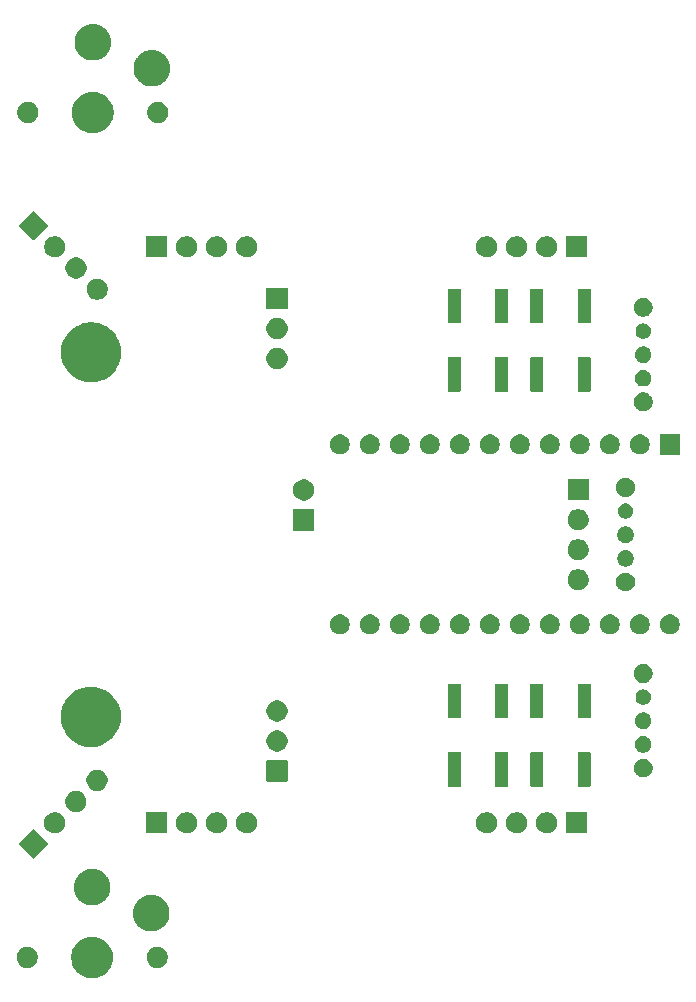
<source format=gbr>
G04 #@! TF.GenerationSoftware,KiCad,Pcbnew,9.0.2*
G04 #@! TF.CreationDate,2025-09-19T14:38:59-04:00*
G04 #@! TF.ProjectId,Trackball,54726163-6b62-4616-9c6c-2e6b69636164,rev?*
G04 #@! TF.SameCoordinates,Original*
G04 #@! TF.FileFunction,Soldermask,Top*
G04 #@! TF.FilePolarity,Negative*
%FSLAX46Y46*%
G04 Gerber Fmt 4.6, Leading zero omitted, Abs format (unit mm)*
G04 Created by KiCad (PCBNEW 9.0.2) date 2025-09-19 14:38:59*
%MOMM*%
%LPD*%
G01*
G04 APERTURE LIST*
G04 APERTURE END LIST*
G36*
X115091432Y-135650424D02*
G01*
X115314501Y-135710195D01*
X115527861Y-135798571D01*
X115727859Y-135914040D01*
X115911075Y-136054627D01*
X116074373Y-136217925D01*
X116214960Y-136401141D01*
X116330429Y-136601139D01*
X116418805Y-136814499D01*
X116478576Y-137037568D01*
X116508720Y-137266531D01*
X116508720Y-137497469D01*
X116478576Y-137726432D01*
X116418805Y-137949501D01*
X116330429Y-138162861D01*
X116214960Y-138362859D01*
X116074373Y-138546075D01*
X115911075Y-138709373D01*
X115727859Y-138849960D01*
X115527861Y-138965429D01*
X115314501Y-139053805D01*
X115091432Y-139113576D01*
X114862469Y-139143720D01*
X114631531Y-139143720D01*
X114402568Y-139113576D01*
X114179499Y-139053805D01*
X113966139Y-138965429D01*
X113766141Y-138849960D01*
X113582925Y-138709373D01*
X113419627Y-138546075D01*
X113279040Y-138362859D01*
X113163571Y-138162861D01*
X113075195Y-137949501D01*
X113015424Y-137726432D01*
X112985280Y-137497469D01*
X112985280Y-137266531D01*
X113015424Y-137037568D01*
X113075195Y-136814499D01*
X113163571Y-136601139D01*
X113279040Y-136401141D01*
X113419627Y-136217925D01*
X113582925Y-136054627D01*
X113766141Y-135914040D01*
X113966139Y-135798571D01*
X114179499Y-135710195D01*
X114402568Y-135650424D01*
X114631531Y-135620280D01*
X114862469Y-135620280D01*
X115091432Y-135650424D01*
G37*
G36*
X109508808Y-136518936D02*
G01*
X109672153Y-136586595D01*
X109819159Y-136684822D01*
X109944178Y-136809841D01*
X110042405Y-136956847D01*
X110110064Y-137120192D01*
X110144557Y-137293598D01*
X110144557Y-137470402D01*
X110110064Y-137643808D01*
X110042405Y-137807153D01*
X109944178Y-137954159D01*
X109819159Y-138079178D01*
X109672153Y-138177405D01*
X109508808Y-138245064D01*
X109335402Y-138279557D01*
X109158598Y-138279557D01*
X108985192Y-138245064D01*
X108821847Y-138177405D01*
X108674841Y-138079178D01*
X108549822Y-137954159D01*
X108451595Y-137807153D01*
X108383936Y-137643808D01*
X108349443Y-137470402D01*
X108349443Y-137293598D01*
X108383936Y-137120192D01*
X108451595Y-136956847D01*
X108549822Y-136809841D01*
X108674841Y-136684822D01*
X108821847Y-136586595D01*
X108985192Y-136518936D01*
X109158598Y-136484443D01*
X109335402Y-136484443D01*
X109508808Y-136518936D01*
G37*
G36*
X120508808Y-136518936D02*
G01*
X120672153Y-136586595D01*
X120819159Y-136684822D01*
X120944178Y-136809841D01*
X121042405Y-136956847D01*
X121110064Y-137120192D01*
X121144557Y-137293598D01*
X121144557Y-137470402D01*
X121110064Y-137643808D01*
X121042405Y-137807153D01*
X120944178Y-137954159D01*
X120819159Y-138079178D01*
X120672153Y-138177405D01*
X120508808Y-138245064D01*
X120335402Y-138279557D01*
X120158598Y-138279557D01*
X119985192Y-138245064D01*
X119821847Y-138177405D01*
X119674841Y-138079178D01*
X119549822Y-137954159D01*
X119451595Y-137807153D01*
X119383936Y-137643808D01*
X119349443Y-137470402D01*
X119349443Y-137293598D01*
X119383936Y-137120192D01*
X119451595Y-136956847D01*
X119549822Y-136809841D01*
X119674841Y-136684822D01*
X119821847Y-136586595D01*
X119985192Y-136518936D01*
X120158598Y-136484443D01*
X120335402Y-136484443D01*
X120508808Y-136518936D01*
G37*
G36*
X119857482Y-132085781D02*
G01*
X119868690Y-132085781D01*
X119923888Y-132094523D01*
X120049534Y-132111065D01*
X120080189Y-132119279D01*
X120109074Y-132123854D01*
X120164620Y-132141902D01*
X120245467Y-132163565D01*
X120297050Y-132184931D01*
X120340542Y-132199063D01*
X120381286Y-132219823D01*
X120432870Y-132241190D01*
X120505353Y-132283038D01*
X120557395Y-132309555D01*
X120581055Y-132326745D01*
X120608539Y-132342613D01*
X120709074Y-132419756D01*
X120754294Y-132452610D01*
X120762219Y-132460535D01*
X120769466Y-132466096D01*
X120912903Y-132609533D01*
X120918463Y-132616779D01*
X120926390Y-132624706D01*
X120959247Y-132669930D01*
X121036386Y-132770460D01*
X121052252Y-132797941D01*
X121069445Y-132821605D01*
X121095964Y-132873652D01*
X121137809Y-132946129D01*
X121159173Y-132997706D01*
X121179937Y-133038458D01*
X121194070Y-133081955D01*
X121215434Y-133133532D01*
X121237093Y-133214366D01*
X121255146Y-133269926D01*
X121259721Y-133298816D01*
X121267934Y-133329465D01*
X121284474Y-133455099D01*
X121293219Y-133510310D01*
X121293219Y-133521518D01*
X121294412Y-133530580D01*
X121294412Y-133733419D01*
X121293219Y-133742480D01*
X121293219Y-133753690D01*
X121284473Y-133808905D01*
X121267934Y-133934534D01*
X121259722Y-133965180D01*
X121255146Y-133994074D01*
X121237091Y-134049638D01*
X121215434Y-134130467D01*
X121194071Y-134182039D01*
X121179937Y-134225542D01*
X121159171Y-134266297D01*
X121137809Y-134317870D01*
X121095968Y-134390338D01*
X121069445Y-134442395D01*
X121052249Y-134466062D01*
X121036386Y-134493539D01*
X120959261Y-134594050D01*
X120926390Y-134639294D01*
X120918459Y-134647224D01*
X120912903Y-134654466D01*
X120769466Y-134797903D01*
X120762224Y-134803459D01*
X120754294Y-134811390D01*
X120709050Y-134844261D01*
X120608539Y-134921386D01*
X120581062Y-134937249D01*
X120557395Y-134954445D01*
X120505338Y-134980968D01*
X120432870Y-135022809D01*
X120381297Y-135044171D01*
X120340542Y-135064937D01*
X120297039Y-135079071D01*
X120245467Y-135100434D01*
X120164638Y-135122091D01*
X120109074Y-135140146D01*
X120080180Y-135144722D01*
X120049534Y-135152934D01*
X119923902Y-135169474D01*
X119868690Y-135178219D01*
X119857481Y-135178219D01*
X119848420Y-135179412D01*
X119645580Y-135179412D01*
X119636519Y-135178219D01*
X119625310Y-135178219D01*
X119570099Y-135169474D01*
X119444465Y-135152934D01*
X119413816Y-135144721D01*
X119384926Y-135140146D01*
X119329366Y-135122093D01*
X119248532Y-135100434D01*
X119196955Y-135079070D01*
X119153458Y-135064937D01*
X119112706Y-135044173D01*
X119061129Y-135022809D01*
X118988652Y-134980964D01*
X118936605Y-134954445D01*
X118912941Y-134937252D01*
X118885460Y-134921386D01*
X118784930Y-134844247D01*
X118739706Y-134811390D01*
X118731779Y-134803463D01*
X118724533Y-134797903D01*
X118581096Y-134654466D01*
X118575535Y-134647219D01*
X118567610Y-134639294D01*
X118534756Y-134594074D01*
X118457613Y-134493539D01*
X118441745Y-134466055D01*
X118424555Y-134442395D01*
X118398038Y-134390353D01*
X118356190Y-134317870D01*
X118334823Y-134266286D01*
X118314063Y-134225542D01*
X118299931Y-134182050D01*
X118278565Y-134130467D01*
X118256902Y-134049620D01*
X118238854Y-133994074D01*
X118234279Y-133965189D01*
X118226065Y-133934534D01*
X118209524Y-133808891D01*
X118200781Y-133753690D01*
X118200781Y-133742480D01*
X118199588Y-133733419D01*
X118199588Y-133530580D01*
X118200781Y-133521518D01*
X118200781Y-133510310D01*
X118209523Y-133455113D01*
X118226065Y-133329465D01*
X118234279Y-133298807D01*
X118238854Y-133269926D01*
X118256900Y-133214383D01*
X118278565Y-133133532D01*
X118299933Y-133081944D01*
X118314063Y-133038458D01*
X118334821Y-132997717D01*
X118356190Y-132946129D01*
X118398042Y-132873637D01*
X118424555Y-132821605D01*
X118441742Y-132797948D01*
X118457613Y-132770460D01*
X118534770Y-132669906D01*
X118567610Y-132624706D01*
X118575532Y-132616783D01*
X118581096Y-132609533D01*
X118724533Y-132466096D01*
X118731783Y-132460532D01*
X118739706Y-132452610D01*
X118784906Y-132419770D01*
X118885460Y-132342613D01*
X118912948Y-132326742D01*
X118936605Y-132309555D01*
X118988637Y-132283042D01*
X119061129Y-132241190D01*
X119112717Y-132219821D01*
X119153458Y-132199063D01*
X119196944Y-132184933D01*
X119248532Y-132163565D01*
X119329383Y-132141900D01*
X119384926Y-132123854D01*
X119413807Y-132119279D01*
X119444465Y-132111065D01*
X119570113Y-132094523D01*
X119625310Y-132085781D01*
X119636518Y-132085781D01*
X119645580Y-132084588D01*
X119848420Y-132084588D01*
X119857482Y-132085781D01*
G37*
G36*
X114857482Y-129885781D02*
G01*
X114868690Y-129885781D01*
X114923888Y-129894523D01*
X115049534Y-129911065D01*
X115080189Y-129919279D01*
X115109074Y-129923854D01*
X115164620Y-129941902D01*
X115245467Y-129963565D01*
X115297050Y-129984931D01*
X115340542Y-129999063D01*
X115381286Y-130019823D01*
X115432870Y-130041190D01*
X115505353Y-130083038D01*
X115557395Y-130109555D01*
X115581055Y-130126745D01*
X115608539Y-130142613D01*
X115709074Y-130219756D01*
X115754294Y-130252610D01*
X115762219Y-130260535D01*
X115769466Y-130266096D01*
X115912903Y-130409533D01*
X115918463Y-130416779D01*
X115926390Y-130424706D01*
X115959247Y-130469930D01*
X116036386Y-130570460D01*
X116052252Y-130597941D01*
X116069445Y-130621605D01*
X116095964Y-130673652D01*
X116137809Y-130746129D01*
X116159173Y-130797706D01*
X116179937Y-130838458D01*
X116194070Y-130881955D01*
X116215434Y-130933532D01*
X116237093Y-131014366D01*
X116255146Y-131069926D01*
X116259721Y-131098816D01*
X116267934Y-131129465D01*
X116284474Y-131255099D01*
X116293219Y-131310310D01*
X116293219Y-131321518D01*
X116294412Y-131330580D01*
X116294412Y-131533419D01*
X116293219Y-131542480D01*
X116293219Y-131553690D01*
X116284473Y-131608905D01*
X116267934Y-131734534D01*
X116259722Y-131765180D01*
X116255146Y-131794074D01*
X116237091Y-131849638D01*
X116215434Y-131930467D01*
X116194071Y-131982039D01*
X116179937Y-132025542D01*
X116159171Y-132066297D01*
X116137809Y-132117870D01*
X116095968Y-132190338D01*
X116069445Y-132242395D01*
X116052249Y-132266062D01*
X116036386Y-132293539D01*
X115959261Y-132394050D01*
X115926390Y-132439294D01*
X115918459Y-132447224D01*
X115912903Y-132454466D01*
X115769466Y-132597903D01*
X115762224Y-132603459D01*
X115754294Y-132611390D01*
X115709050Y-132644261D01*
X115608539Y-132721386D01*
X115581062Y-132737249D01*
X115557395Y-132754445D01*
X115505338Y-132780968D01*
X115432870Y-132822809D01*
X115381297Y-132844171D01*
X115340542Y-132864937D01*
X115297039Y-132879071D01*
X115245467Y-132900434D01*
X115164638Y-132922091D01*
X115109074Y-132940146D01*
X115080180Y-132944722D01*
X115049534Y-132952934D01*
X114923902Y-132969474D01*
X114868690Y-132978219D01*
X114857481Y-132978219D01*
X114848420Y-132979412D01*
X114645580Y-132979412D01*
X114636519Y-132978219D01*
X114625310Y-132978219D01*
X114570099Y-132969474D01*
X114444465Y-132952934D01*
X114413816Y-132944721D01*
X114384926Y-132940146D01*
X114329366Y-132922093D01*
X114248532Y-132900434D01*
X114196955Y-132879070D01*
X114153458Y-132864937D01*
X114112706Y-132844173D01*
X114061129Y-132822809D01*
X113988652Y-132780964D01*
X113936605Y-132754445D01*
X113912941Y-132737252D01*
X113885460Y-132721386D01*
X113784930Y-132644247D01*
X113739706Y-132611390D01*
X113731779Y-132603463D01*
X113724533Y-132597903D01*
X113581096Y-132454466D01*
X113575535Y-132447219D01*
X113567610Y-132439294D01*
X113534756Y-132394074D01*
X113457613Y-132293539D01*
X113441745Y-132266055D01*
X113424555Y-132242395D01*
X113398038Y-132190353D01*
X113356190Y-132117870D01*
X113334823Y-132066286D01*
X113314063Y-132025542D01*
X113299931Y-131982050D01*
X113278565Y-131930467D01*
X113256902Y-131849620D01*
X113238854Y-131794074D01*
X113234279Y-131765189D01*
X113226065Y-131734534D01*
X113209524Y-131608891D01*
X113200781Y-131553690D01*
X113200781Y-131542480D01*
X113199588Y-131533419D01*
X113199588Y-131330580D01*
X113200781Y-131321518D01*
X113200781Y-131310310D01*
X113209523Y-131255113D01*
X113226065Y-131129465D01*
X113234279Y-131098807D01*
X113238854Y-131069926D01*
X113256900Y-131014383D01*
X113278565Y-130933532D01*
X113299933Y-130881944D01*
X113314063Y-130838458D01*
X113334821Y-130797717D01*
X113356190Y-130746129D01*
X113398042Y-130673637D01*
X113424555Y-130621605D01*
X113441742Y-130597948D01*
X113457613Y-130570460D01*
X113534770Y-130469906D01*
X113567610Y-130424706D01*
X113575532Y-130416783D01*
X113581096Y-130409533D01*
X113724533Y-130266096D01*
X113731783Y-130260532D01*
X113739706Y-130252610D01*
X113784906Y-130219770D01*
X113885460Y-130142613D01*
X113912948Y-130126742D01*
X113936605Y-130109555D01*
X113988637Y-130083042D01*
X114061129Y-130041190D01*
X114112717Y-130019821D01*
X114153458Y-129999063D01*
X114196944Y-129984933D01*
X114248532Y-129963565D01*
X114329383Y-129941900D01*
X114384926Y-129923854D01*
X114413807Y-129919279D01*
X114444465Y-129911065D01*
X114570113Y-129894523D01*
X114625310Y-129885781D01*
X114636518Y-129885781D01*
X114645580Y-129884588D01*
X114848420Y-129884588D01*
X114857482Y-129885781D01*
G37*
G36*
X109793466Y-126536851D02*
G01*
X109810011Y-126547907D01*
X111012093Y-127749989D01*
X111023149Y-127766534D01*
X111027030Y-127786051D01*
X111023149Y-127805568D01*
X111012093Y-127822113D01*
X109810011Y-129024195D01*
X109793466Y-129035251D01*
X109773949Y-129039132D01*
X109754432Y-129035251D01*
X109737887Y-129024195D01*
X108535805Y-127822113D01*
X108524749Y-127805568D01*
X108520868Y-127786051D01*
X108524749Y-127766534D01*
X108535805Y-127749989D01*
X109432277Y-126853517D01*
X109729182Y-126556611D01*
X109729185Y-126556608D01*
X109737887Y-126547907D01*
X109754432Y-126536851D01*
X109773949Y-126532970D01*
X109793466Y-126536851D01*
G37*
G36*
X111831546Y-125127797D02*
G01*
X111994728Y-125195389D01*
X112141588Y-125293518D01*
X112266482Y-125418412D01*
X112364611Y-125565272D01*
X112432203Y-125728454D01*
X112466661Y-125901687D01*
X112466661Y-126078313D01*
X112432203Y-126251546D01*
X112364611Y-126414728D01*
X112266482Y-126561588D01*
X112141588Y-126686482D01*
X111994728Y-126784611D01*
X111831546Y-126852203D01*
X111658313Y-126886661D01*
X111481687Y-126886661D01*
X111308454Y-126852203D01*
X111145272Y-126784611D01*
X110998412Y-126686482D01*
X110873518Y-126561588D01*
X110775389Y-126414728D01*
X110707797Y-126251546D01*
X110673339Y-126078313D01*
X110673339Y-125901687D01*
X110707797Y-125728454D01*
X110775389Y-125565272D01*
X110873518Y-125418412D01*
X110998412Y-125293518D01*
X111145272Y-125195389D01*
X111308454Y-125127797D01*
X111481687Y-125093339D01*
X111658313Y-125093339D01*
X111831546Y-125127797D01*
G37*
G36*
X121077517Y-125086882D02*
G01*
X121094062Y-125097938D01*
X121105118Y-125114483D01*
X121109000Y-125134000D01*
X121109000Y-126834000D01*
X121105118Y-126853517D01*
X121094062Y-126870062D01*
X121077517Y-126881118D01*
X121058000Y-126885000D01*
X119358000Y-126885000D01*
X119338483Y-126881118D01*
X119321938Y-126870062D01*
X119310882Y-126853517D01*
X119307000Y-126834000D01*
X119307000Y-125134000D01*
X119310882Y-125114483D01*
X119321938Y-125097938D01*
X119338483Y-125086882D01*
X119358000Y-125083000D01*
X121058000Y-125083000D01*
X121077517Y-125086882D01*
G37*
G36*
X156637517Y-125086882D02*
G01*
X156654062Y-125097938D01*
X156665118Y-125114483D01*
X156669000Y-125134000D01*
X156669000Y-126834000D01*
X156665118Y-126853517D01*
X156654062Y-126870062D01*
X156637517Y-126881118D01*
X156618000Y-126885000D01*
X154918000Y-126885000D01*
X154898483Y-126881118D01*
X154881938Y-126870062D01*
X154870882Y-126853517D01*
X154867000Y-126834000D01*
X154867000Y-125134000D01*
X154870882Y-125114483D01*
X154881938Y-125097938D01*
X154898483Y-125086882D01*
X154918000Y-125083000D01*
X156618000Y-125083000D01*
X156637517Y-125086882D01*
G37*
G36*
X123009546Y-125121797D02*
G01*
X123172728Y-125189389D01*
X123319588Y-125287518D01*
X123444482Y-125412412D01*
X123542611Y-125559272D01*
X123610203Y-125722454D01*
X123644661Y-125895687D01*
X123644661Y-126072313D01*
X123610203Y-126245546D01*
X123542611Y-126408728D01*
X123444482Y-126555588D01*
X123319588Y-126680482D01*
X123172728Y-126778611D01*
X123009546Y-126846203D01*
X122836313Y-126880661D01*
X122659687Y-126880661D01*
X122486454Y-126846203D01*
X122323272Y-126778611D01*
X122176412Y-126680482D01*
X122051518Y-126555588D01*
X121953389Y-126408728D01*
X121885797Y-126245546D01*
X121851339Y-126072313D01*
X121851339Y-125895687D01*
X121885797Y-125722454D01*
X121953389Y-125559272D01*
X122051518Y-125412412D01*
X122176412Y-125287518D01*
X122323272Y-125189389D01*
X122486454Y-125121797D01*
X122659687Y-125087339D01*
X122836313Y-125087339D01*
X123009546Y-125121797D01*
G37*
G36*
X125549546Y-125121797D02*
G01*
X125712728Y-125189389D01*
X125859588Y-125287518D01*
X125984482Y-125412412D01*
X126082611Y-125559272D01*
X126150203Y-125722454D01*
X126184661Y-125895687D01*
X126184661Y-126072313D01*
X126150203Y-126245546D01*
X126082611Y-126408728D01*
X125984482Y-126555588D01*
X125859588Y-126680482D01*
X125712728Y-126778611D01*
X125549546Y-126846203D01*
X125376313Y-126880661D01*
X125199687Y-126880661D01*
X125026454Y-126846203D01*
X124863272Y-126778611D01*
X124716412Y-126680482D01*
X124591518Y-126555588D01*
X124493389Y-126408728D01*
X124425797Y-126245546D01*
X124391339Y-126072313D01*
X124391339Y-125895687D01*
X124425797Y-125722454D01*
X124493389Y-125559272D01*
X124591518Y-125412412D01*
X124716412Y-125287518D01*
X124863272Y-125189389D01*
X125026454Y-125121797D01*
X125199687Y-125087339D01*
X125376313Y-125087339D01*
X125549546Y-125121797D01*
G37*
G36*
X128089546Y-125121797D02*
G01*
X128252728Y-125189389D01*
X128399588Y-125287518D01*
X128524482Y-125412412D01*
X128622611Y-125559272D01*
X128690203Y-125722454D01*
X128724661Y-125895687D01*
X128724661Y-126072313D01*
X128690203Y-126245546D01*
X128622611Y-126408728D01*
X128524482Y-126555588D01*
X128399588Y-126680482D01*
X128252728Y-126778611D01*
X128089546Y-126846203D01*
X127916313Y-126880661D01*
X127739687Y-126880661D01*
X127566454Y-126846203D01*
X127403272Y-126778611D01*
X127256412Y-126680482D01*
X127131518Y-126555588D01*
X127033389Y-126408728D01*
X126965797Y-126245546D01*
X126931339Y-126072313D01*
X126931339Y-125895687D01*
X126965797Y-125722454D01*
X127033389Y-125559272D01*
X127131518Y-125412412D01*
X127256412Y-125287518D01*
X127403272Y-125189389D01*
X127566454Y-125121797D01*
X127739687Y-125087339D01*
X127916313Y-125087339D01*
X128089546Y-125121797D01*
G37*
G36*
X148409546Y-125121797D02*
G01*
X148572728Y-125189389D01*
X148719588Y-125287518D01*
X148844482Y-125412412D01*
X148942611Y-125559272D01*
X149010203Y-125722454D01*
X149044661Y-125895687D01*
X149044661Y-126072313D01*
X149010203Y-126245546D01*
X148942611Y-126408728D01*
X148844482Y-126555588D01*
X148719588Y-126680482D01*
X148572728Y-126778611D01*
X148409546Y-126846203D01*
X148236313Y-126880661D01*
X148059687Y-126880661D01*
X147886454Y-126846203D01*
X147723272Y-126778611D01*
X147576412Y-126680482D01*
X147451518Y-126555588D01*
X147353389Y-126408728D01*
X147285797Y-126245546D01*
X147251339Y-126072313D01*
X147251339Y-125895687D01*
X147285797Y-125722454D01*
X147353389Y-125559272D01*
X147451518Y-125412412D01*
X147576412Y-125287518D01*
X147723272Y-125189389D01*
X147886454Y-125121797D01*
X148059687Y-125087339D01*
X148236313Y-125087339D01*
X148409546Y-125121797D01*
G37*
G36*
X150949546Y-125121797D02*
G01*
X151112728Y-125189389D01*
X151259588Y-125287518D01*
X151384482Y-125412412D01*
X151482611Y-125559272D01*
X151550203Y-125722454D01*
X151584661Y-125895687D01*
X151584661Y-126072313D01*
X151550203Y-126245546D01*
X151482611Y-126408728D01*
X151384482Y-126555588D01*
X151259588Y-126680482D01*
X151112728Y-126778611D01*
X150949546Y-126846203D01*
X150776313Y-126880661D01*
X150599687Y-126880661D01*
X150426454Y-126846203D01*
X150263272Y-126778611D01*
X150116412Y-126680482D01*
X149991518Y-126555588D01*
X149893389Y-126408728D01*
X149825797Y-126245546D01*
X149791339Y-126072313D01*
X149791339Y-125895687D01*
X149825797Y-125722454D01*
X149893389Y-125559272D01*
X149991518Y-125412412D01*
X150116412Y-125287518D01*
X150263272Y-125189389D01*
X150426454Y-125121797D01*
X150599687Y-125087339D01*
X150776313Y-125087339D01*
X150949546Y-125121797D01*
G37*
G36*
X153489546Y-125121797D02*
G01*
X153652728Y-125189389D01*
X153799588Y-125287518D01*
X153924482Y-125412412D01*
X154022611Y-125559272D01*
X154090203Y-125722454D01*
X154124661Y-125895687D01*
X154124661Y-126072313D01*
X154090203Y-126245546D01*
X154022611Y-126408728D01*
X153924482Y-126555588D01*
X153799588Y-126680482D01*
X153652728Y-126778611D01*
X153489546Y-126846203D01*
X153316313Y-126880661D01*
X153139687Y-126880661D01*
X152966454Y-126846203D01*
X152803272Y-126778611D01*
X152656412Y-126680482D01*
X152531518Y-126555588D01*
X152433389Y-126408728D01*
X152365797Y-126245546D01*
X152331339Y-126072313D01*
X152331339Y-125895687D01*
X152365797Y-125722454D01*
X152433389Y-125559272D01*
X152531518Y-125412412D01*
X152656412Y-125287518D01*
X152803272Y-125189389D01*
X152966454Y-125121797D01*
X153139687Y-125087339D01*
X153316313Y-125087339D01*
X153489546Y-125121797D01*
G37*
G36*
X113627597Y-123331746D02*
G01*
X113790779Y-123399338D01*
X113937639Y-123497467D01*
X114062533Y-123622361D01*
X114160662Y-123769221D01*
X114228254Y-123932403D01*
X114262712Y-124105636D01*
X114262712Y-124282262D01*
X114228254Y-124455495D01*
X114160662Y-124618677D01*
X114062533Y-124765537D01*
X113937639Y-124890431D01*
X113790779Y-124988560D01*
X113627597Y-125056152D01*
X113454364Y-125090610D01*
X113277738Y-125090610D01*
X113104505Y-125056152D01*
X112941323Y-124988560D01*
X112794463Y-124890431D01*
X112669569Y-124765537D01*
X112571440Y-124618677D01*
X112503848Y-124455495D01*
X112469390Y-124282262D01*
X112469390Y-124105636D01*
X112503848Y-123932403D01*
X112571440Y-123769221D01*
X112669569Y-123622361D01*
X112794463Y-123497467D01*
X112941323Y-123399338D01*
X113104505Y-123331746D01*
X113277738Y-123297288D01*
X113454364Y-123297288D01*
X113627597Y-123331746D01*
G37*
G36*
X115423649Y-121535694D02*
G01*
X115586831Y-121603286D01*
X115733691Y-121701415D01*
X115858585Y-121826309D01*
X115956714Y-121973169D01*
X116024306Y-122136351D01*
X116058764Y-122309584D01*
X116058764Y-122486210D01*
X116024306Y-122659443D01*
X115956714Y-122822625D01*
X115858585Y-122969485D01*
X115733691Y-123094379D01*
X115586831Y-123192508D01*
X115423649Y-123260100D01*
X115250416Y-123294558D01*
X115073790Y-123294558D01*
X114900557Y-123260100D01*
X114737375Y-123192508D01*
X114590515Y-123094379D01*
X114465621Y-122969485D01*
X114367492Y-122822625D01*
X114299900Y-122659443D01*
X114265442Y-122486210D01*
X114265442Y-122309584D01*
X114299900Y-122136351D01*
X114367492Y-121973169D01*
X114465621Y-121826309D01*
X114590515Y-121701415D01*
X114737375Y-121603286D01*
X114900557Y-121535694D01*
X115073790Y-121501236D01*
X115250416Y-121501236D01*
X115423649Y-121535694D01*
G37*
G36*
X145919517Y-120027882D02*
G01*
X145936062Y-120038938D01*
X145947118Y-120055483D01*
X145951000Y-120075000D01*
X145951000Y-122875000D01*
X145947118Y-122894517D01*
X145936062Y-122911062D01*
X145919517Y-122922118D01*
X145900000Y-122926000D01*
X144900000Y-122926000D01*
X144880483Y-122922118D01*
X144863938Y-122911062D01*
X144852882Y-122894517D01*
X144849000Y-122875000D01*
X144849000Y-120075000D01*
X144852882Y-120055483D01*
X144863938Y-120038938D01*
X144880483Y-120027882D01*
X144900000Y-120024000D01*
X145900000Y-120024000D01*
X145919517Y-120027882D01*
G37*
G36*
X149919517Y-120027882D02*
G01*
X149936062Y-120038938D01*
X149947118Y-120055483D01*
X149951000Y-120075000D01*
X149951000Y-122875000D01*
X149947118Y-122894517D01*
X149936062Y-122911062D01*
X149919517Y-122922118D01*
X149900000Y-122926000D01*
X148900000Y-122926000D01*
X148880483Y-122922118D01*
X148863938Y-122911062D01*
X148852882Y-122894517D01*
X148849000Y-122875000D01*
X148849000Y-120075000D01*
X148852882Y-120055483D01*
X148863938Y-120038938D01*
X148880483Y-120027882D01*
X148900000Y-120024000D01*
X149900000Y-120024000D01*
X149919517Y-120027882D01*
G37*
G36*
X152919517Y-120027882D02*
G01*
X152936062Y-120038938D01*
X152947118Y-120055483D01*
X152951000Y-120075000D01*
X152951000Y-122875000D01*
X152947118Y-122894517D01*
X152936062Y-122911062D01*
X152919517Y-122922118D01*
X152900000Y-122926000D01*
X151900000Y-122926000D01*
X151880483Y-122922118D01*
X151863938Y-122911062D01*
X151852882Y-122894517D01*
X151849000Y-122875000D01*
X151849000Y-120075000D01*
X151852882Y-120055483D01*
X151863938Y-120038938D01*
X151880483Y-120027882D01*
X151900000Y-120024000D01*
X152900000Y-120024000D01*
X152919517Y-120027882D01*
G37*
G36*
X156919517Y-120027882D02*
G01*
X156936062Y-120038938D01*
X156947118Y-120055483D01*
X156951000Y-120075000D01*
X156951000Y-122875000D01*
X156947118Y-122894517D01*
X156936062Y-122911062D01*
X156919517Y-122922118D01*
X156900000Y-122926000D01*
X155900000Y-122926000D01*
X155880483Y-122922118D01*
X155863938Y-122911062D01*
X155852882Y-122894517D01*
X155849000Y-122875000D01*
X155849000Y-120075000D01*
X155852882Y-120055483D01*
X155863938Y-120038938D01*
X155880483Y-120027882D01*
X155900000Y-120024000D01*
X156900000Y-120024000D01*
X156919517Y-120027882D01*
G37*
G36*
X131269517Y-120702882D02*
G01*
X131286062Y-120713938D01*
X131297118Y-120730483D01*
X131301000Y-120750000D01*
X131301000Y-122450000D01*
X131297118Y-122469517D01*
X131286062Y-122486062D01*
X131269517Y-122497118D01*
X131250000Y-122501000D01*
X129550000Y-122501000D01*
X129530483Y-122497118D01*
X129513938Y-122486062D01*
X129502882Y-122469517D01*
X129499000Y-122450000D01*
X129499000Y-120750000D01*
X129502882Y-120730483D01*
X129513938Y-120713938D01*
X129530483Y-120702882D01*
X129550000Y-120699000D01*
X131250000Y-120699000D01*
X131269517Y-120702882D01*
G37*
G36*
X161632518Y-120583491D02*
G01*
X161777589Y-120643581D01*
X161908149Y-120730819D01*
X162019181Y-120841851D01*
X162106419Y-120972411D01*
X162166509Y-121117482D01*
X162197143Y-121271488D01*
X162197143Y-121428512D01*
X162166509Y-121582518D01*
X162106419Y-121727589D01*
X162019181Y-121858149D01*
X161908149Y-121969181D01*
X161777589Y-122056419D01*
X161632518Y-122116509D01*
X161478512Y-122147143D01*
X161321488Y-122147143D01*
X161167482Y-122116509D01*
X161022411Y-122056419D01*
X160891851Y-121969181D01*
X160780819Y-121858149D01*
X160693581Y-121727589D01*
X160633491Y-121582518D01*
X160602857Y-121428512D01*
X160602857Y-121271488D01*
X160633491Y-121117482D01*
X160693581Y-120972411D01*
X160780819Y-120841851D01*
X160891851Y-120730819D01*
X161022411Y-120643581D01*
X161167482Y-120583491D01*
X161321488Y-120552857D01*
X161478512Y-120552857D01*
X161632518Y-120583491D01*
G37*
G36*
X161603490Y-118679185D02*
G01*
X161730449Y-118731773D01*
X161844710Y-118808120D01*
X161941880Y-118905290D01*
X162018227Y-119019551D01*
X162070815Y-119146510D01*
X162097624Y-119281290D01*
X162097624Y-119418710D01*
X162070815Y-119553490D01*
X162018227Y-119680449D01*
X161941880Y-119794710D01*
X161844710Y-119891880D01*
X161730449Y-119968227D01*
X161603490Y-120020815D01*
X161468710Y-120047624D01*
X161331290Y-120047624D01*
X161196510Y-120020815D01*
X161069551Y-119968227D01*
X160955290Y-119891880D01*
X160858120Y-119794710D01*
X160781773Y-119680449D01*
X160729185Y-119553490D01*
X160702376Y-119418710D01*
X160702376Y-119281290D01*
X160729185Y-119146510D01*
X160781773Y-119019551D01*
X160858120Y-118905290D01*
X160955290Y-118808120D01*
X161069551Y-118731773D01*
X161196510Y-118679185D01*
X161331290Y-118652376D01*
X161468710Y-118652376D01*
X161603490Y-118679185D01*
G37*
G36*
X130661546Y-118197797D02*
G01*
X130824728Y-118265389D01*
X130971588Y-118363518D01*
X131096482Y-118488412D01*
X131194611Y-118635272D01*
X131262203Y-118798454D01*
X131296661Y-118971687D01*
X131296661Y-119148313D01*
X131262203Y-119321546D01*
X131194611Y-119484728D01*
X131096482Y-119631588D01*
X130971588Y-119756482D01*
X130824728Y-119854611D01*
X130661546Y-119922203D01*
X130488313Y-119956661D01*
X130311687Y-119956661D01*
X130138454Y-119922203D01*
X129975272Y-119854611D01*
X129828412Y-119756482D01*
X129703518Y-119631588D01*
X129605389Y-119484728D01*
X129537797Y-119321546D01*
X129503339Y-119148313D01*
X129503339Y-118971687D01*
X129537797Y-118798454D01*
X129605389Y-118635272D01*
X129703518Y-118488412D01*
X129828412Y-118363518D01*
X129975272Y-118265389D01*
X130138454Y-118197797D01*
X130311687Y-118163339D01*
X130488313Y-118163339D01*
X130661546Y-118197797D01*
G37*
G36*
X115067308Y-114505043D02*
G01*
X115346207Y-114568700D01*
X115616225Y-114663183D01*
X115873967Y-114787305D01*
X116116190Y-114939504D01*
X116339850Y-115117867D01*
X116542133Y-115320150D01*
X116720496Y-115543810D01*
X116872695Y-115786033D01*
X116996817Y-116043775D01*
X117091300Y-116313793D01*
X117154957Y-116592692D01*
X117186987Y-116876964D01*
X117186987Y-117163036D01*
X117154957Y-117447308D01*
X117091300Y-117726207D01*
X116996817Y-117996225D01*
X116872695Y-118253967D01*
X116720496Y-118496190D01*
X116542133Y-118719850D01*
X116339850Y-118922133D01*
X116116190Y-119100496D01*
X115873967Y-119252695D01*
X115616225Y-119376817D01*
X115346207Y-119471300D01*
X115067308Y-119534957D01*
X114783036Y-119566987D01*
X114496964Y-119566987D01*
X114212692Y-119534957D01*
X113933793Y-119471300D01*
X113663775Y-119376817D01*
X113406033Y-119252695D01*
X113163810Y-119100496D01*
X112940150Y-118922133D01*
X112737867Y-118719850D01*
X112559504Y-118496190D01*
X112407305Y-118253967D01*
X112283183Y-117996225D01*
X112188700Y-117726207D01*
X112125043Y-117447308D01*
X112093013Y-117163036D01*
X112093013Y-116876964D01*
X112125043Y-116592692D01*
X112188700Y-116313793D01*
X112283183Y-116043775D01*
X112407305Y-115786033D01*
X112559504Y-115543810D01*
X112737867Y-115320150D01*
X112940150Y-115117867D01*
X113163810Y-114939504D01*
X113406033Y-114787305D01*
X113663775Y-114663183D01*
X113933793Y-114568700D01*
X114212692Y-114505043D01*
X114496964Y-114473013D01*
X114783036Y-114473013D01*
X115067308Y-114505043D01*
G37*
G36*
X161603490Y-116679185D02*
G01*
X161730449Y-116731773D01*
X161844710Y-116808120D01*
X161941880Y-116905290D01*
X162018227Y-117019551D01*
X162070815Y-117146510D01*
X162097624Y-117281290D01*
X162097624Y-117418710D01*
X162070815Y-117553490D01*
X162018227Y-117680449D01*
X161941880Y-117794710D01*
X161844710Y-117891880D01*
X161730449Y-117968227D01*
X161603490Y-118020815D01*
X161468710Y-118047624D01*
X161331290Y-118047624D01*
X161196510Y-118020815D01*
X161069551Y-117968227D01*
X160955290Y-117891880D01*
X160858120Y-117794710D01*
X160781773Y-117680449D01*
X160729185Y-117553490D01*
X160702376Y-117418710D01*
X160702376Y-117281290D01*
X160729185Y-117146510D01*
X160781773Y-117019551D01*
X160858120Y-116905290D01*
X160955290Y-116808120D01*
X161069551Y-116731773D01*
X161196510Y-116679185D01*
X161331290Y-116652376D01*
X161468710Y-116652376D01*
X161603490Y-116679185D01*
G37*
G36*
X130661546Y-115657797D02*
G01*
X130824728Y-115725389D01*
X130971588Y-115823518D01*
X131096482Y-115948412D01*
X131194611Y-116095272D01*
X131262203Y-116258454D01*
X131296661Y-116431687D01*
X131296661Y-116608313D01*
X131262203Y-116781546D01*
X131194611Y-116944728D01*
X131096482Y-117091588D01*
X130971588Y-117216482D01*
X130824728Y-117314611D01*
X130661546Y-117382203D01*
X130488313Y-117416661D01*
X130311687Y-117416661D01*
X130138454Y-117382203D01*
X129975272Y-117314611D01*
X129828412Y-117216482D01*
X129703518Y-117091588D01*
X129605389Y-116944728D01*
X129537797Y-116781546D01*
X129503339Y-116608313D01*
X129503339Y-116431687D01*
X129537797Y-116258454D01*
X129605389Y-116095272D01*
X129703518Y-115948412D01*
X129828412Y-115823518D01*
X129975272Y-115725389D01*
X130138454Y-115657797D01*
X130311687Y-115623339D01*
X130488313Y-115623339D01*
X130661546Y-115657797D01*
G37*
G36*
X145919517Y-114227882D02*
G01*
X145936062Y-114238938D01*
X145947118Y-114255483D01*
X145951000Y-114275000D01*
X145951000Y-117075000D01*
X145947118Y-117094517D01*
X145936062Y-117111062D01*
X145919517Y-117122118D01*
X145900000Y-117126000D01*
X144900000Y-117126000D01*
X144880483Y-117122118D01*
X144863938Y-117111062D01*
X144852882Y-117094517D01*
X144849000Y-117075000D01*
X144849000Y-114275000D01*
X144852882Y-114255483D01*
X144863938Y-114238938D01*
X144880483Y-114227882D01*
X144900000Y-114224000D01*
X145900000Y-114224000D01*
X145919517Y-114227882D01*
G37*
G36*
X149919517Y-114227882D02*
G01*
X149936062Y-114238938D01*
X149947118Y-114255483D01*
X149951000Y-114275000D01*
X149951000Y-117075000D01*
X149947118Y-117094517D01*
X149936062Y-117111062D01*
X149919517Y-117122118D01*
X149900000Y-117126000D01*
X148900000Y-117126000D01*
X148880483Y-117122118D01*
X148863938Y-117111062D01*
X148852882Y-117094517D01*
X148849000Y-117075000D01*
X148849000Y-114275000D01*
X148852882Y-114255483D01*
X148863938Y-114238938D01*
X148880483Y-114227882D01*
X148900000Y-114224000D01*
X149900000Y-114224000D01*
X149919517Y-114227882D01*
G37*
G36*
X152919517Y-114227882D02*
G01*
X152936062Y-114238938D01*
X152947118Y-114255483D01*
X152951000Y-114275000D01*
X152951000Y-117075000D01*
X152947118Y-117094517D01*
X152936062Y-117111062D01*
X152919517Y-117122118D01*
X152900000Y-117126000D01*
X151900000Y-117126000D01*
X151880483Y-117122118D01*
X151863938Y-117111062D01*
X151852882Y-117094517D01*
X151849000Y-117075000D01*
X151849000Y-114275000D01*
X151852882Y-114255483D01*
X151863938Y-114238938D01*
X151880483Y-114227882D01*
X151900000Y-114224000D01*
X152900000Y-114224000D01*
X152919517Y-114227882D01*
G37*
G36*
X156919517Y-114227882D02*
G01*
X156936062Y-114238938D01*
X156947118Y-114255483D01*
X156951000Y-114275000D01*
X156951000Y-117075000D01*
X156947118Y-117094517D01*
X156936062Y-117111062D01*
X156919517Y-117122118D01*
X156900000Y-117126000D01*
X155900000Y-117126000D01*
X155880483Y-117122118D01*
X155863938Y-117111062D01*
X155852882Y-117094517D01*
X155849000Y-117075000D01*
X155849000Y-114275000D01*
X155852882Y-114255483D01*
X155863938Y-114238938D01*
X155880483Y-114227882D01*
X155900000Y-114224000D01*
X156900000Y-114224000D01*
X156919517Y-114227882D01*
G37*
G36*
X161588975Y-114727032D02*
G01*
X161706879Y-114775869D01*
X161812990Y-114846770D01*
X161903230Y-114937010D01*
X161974131Y-115043121D01*
X162022968Y-115161025D01*
X162047865Y-115286191D01*
X162047865Y-115413809D01*
X162022968Y-115538975D01*
X161974131Y-115656879D01*
X161903230Y-115762990D01*
X161812990Y-115853230D01*
X161706879Y-115924131D01*
X161588975Y-115972968D01*
X161463809Y-115997865D01*
X161336191Y-115997865D01*
X161211025Y-115972968D01*
X161093121Y-115924131D01*
X160987010Y-115853230D01*
X160896770Y-115762990D01*
X160825869Y-115656879D01*
X160777032Y-115538975D01*
X160752135Y-115413809D01*
X160752135Y-115286191D01*
X160777032Y-115161025D01*
X160825869Y-115043121D01*
X160896770Y-114937010D01*
X160987010Y-114846770D01*
X161093121Y-114775869D01*
X161211025Y-114727032D01*
X161336191Y-114702135D01*
X161463809Y-114702135D01*
X161588975Y-114727032D01*
G37*
G36*
X161632518Y-112583491D02*
G01*
X161777589Y-112643581D01*
X161908149Y-112730819D01*
X162019181Y-112841851D01*
X162106419Y-112972411D01*
X162166509Y-113117482D01*
X162197143Y-113271488D01*
X162197143Y-113428512D01*
X162166509Y-113582518D01*
X162106419Y-113727589D01*
X162019181Y-113858149D01*
X161908149Y-113969181D01*
X161777589Y-114056419D01*
X161632518Y-114116509D01*
X161478512Y-114147143D01*
X161321488Y-114147143D01*
X161167482Y-114116509D01*
X161022411Y-114056419D01*
X160891851Y-113969181D01*
X160780819Y-113858149D01*
X160693581Y-113727589D01*
X160633491Y-113582518D01*
X160602857Y-113428512D01*
X160602857Y-113271488D01*
X160633491Y-113117482D01*
X160693581Y-112972411D01*
X160780819Y-112841851D01*
X160891851Y-112730819D01*
X161022411Y-112643581D01*
X161167482Y-112583491D01*
X161321488Y-112552857D01*
X161478512Y-112552857D01*
X161632518Y-112583491D01*
G37*
G36*
X135967032Y-108385644D02*
G01*
X136121159Y-108449485D01*
X136259869Y-108542168D01*
X136377832Y-108660131D01*
X136470515Y-108798841D01*
X136534356Y-108952968D01*
X136566902Y-109116587D01*
X136566902Y-109283413D01*
X136534356Y-109447032D01*
X136470515Y-109601159D01*
X136377832Y-109739869D01*
X136259869Y-109857832D01*
X136121159Y-109950515D01*
X135967032Y-110014356D01*
X135803413Y-110046902D01*
X135636587Y-110046902D01*
X135472968Y-110014356D01*
X135318841Y-109950515D01*
X135180131Y-109857832D01*
X135062168Y-109739869D01*
X134969485Y-109601159D01*
X134905644Y-109447032D01*
X134873098Y-109283413D01*
X134873098Y-109116587D01*
X134905644Y-108952968D01*
X134969485Y-108798841D01*
X135062168Y-108660131D01*
X135180131Y-108542168D01*
X135318841Y-108449485D01*
X135472968Y-108385644D01*
X135636587Y-108353098D01*
X135803413Y-108353098D01*
X135967032Y-108385644D01*
G37*
G36*
X138507032Y-108385644D02*
G01*
X138661159Y-108449485D01*
X138799869Y-108542168D01*
X138917832Y-108660131D01*
X139010515Y-108798841D01*
X139074356Y-108952968D01*
X139106902Y-109116587D01*
X139106902Y-109283413D01*
X139074356Y-109447032D01*
X139010515Y-109601159D01*
X138917832Y-109739869D01*
X138799869Y-109857832D01*
X138661159Y-109950515D01*
X138507032Y-110014356D01*
X138343413Y-110046902D01*
X138176587Y-110046902D01*
X138012968Y-110014356D01*
X137858841Y-109950515D01*
X137720131Y-109857832D01*
X137602168Y-109739869D01*
X137509485Y-109601159D01*
X137445644Y-109447032D01*
X137413098Y-109283413D01*
X137413098Y-109116587D01*
X137445644Y-108952968D01*
X137509485Y-108798841D01*
X137602168Y-108660131D01*
X137720131Y-108542168D01*
X137858841Y-108449485D01*
X138012968Y-108385644D01*
X138176587Y-108353098D01*
X138343413Y-108353098D01*
X138507032Y-108385644D01*
G37*
G36*
X141047032Y-108385644D02*
G01*
X141201159Y-108449485D01*
X141339869Y-108542168D01*
X141457832Y-108660131D01*
X141550515Y-108798841D01*
X141614356Y-108952968D01*
X141646902Y-109116587D01*
X141646902Y-109283413D01*
X141614356Y-109447032D01*
X141550515Y-109601159D01*
X141457832Y-109739869D01*
X141339869Y-109857832D01*
X141201159Y-109950515D01*
X141047032Y-110014356D01*
X140883413Y-110046902D01*
X140716587Y-110046902D01*
X140552968Y-110014356D01*
X140398841Y-109950515D01*
X140260131Y-109857832D01*
X140142168Y-109739869D01*
X140049485Y-109601159D01*
X139985644Y-109447032D01*
X139953098Y-109283413D01*
X139953098Y-109116587D01*
X139985644Y-108952968D01*
X140049485Y-108798841D01*
X140142168Y-108660131D01*
X140260131Y-108542168D01*
X140398841Y-108449485D01*
X140552968Y-108385644D01*
X140716587Y-108353098D01*
X140883413Y-108353098D01*
X141047032Y-108385644D01*
G37*
G36*
X143587032Y-108385644D02*
G01*
X143741159Y-108449485D01*
X143879869Y-108542168D01*
X143997832Y-108660131D01*
X144090515Y-108798841D01*
X144154356Y-108952968D01*
X144186902Y-109116587D01*
X144186902Y-109283413D01*
X144154356Y-109447032D01*
X144090515Y-109601159D01*
X143997832Y-109739869D01*
X143879869Y-109857832D01*
X143741159Y-109950515D01*
X143587032Y-110014356D01*
X143423413Y-110046902D01*
X143256587Y-110046902D01*
X143092968Y-110014356D01*
X142938841Y-109950515D01*
X142800131Y-109857832D01*
X142682168Y-109739869D01*
X142589485Y-109601159D01*
X142525644Y-109447032D01*
X142493098Y-109283413D01*
X142493098Y-109116587D01*
X142525644Y-108952968D01*
X142589485Y-108798841D01*
X142682168Y-108660131D01*
X142800131Y-108542168D01*
X142938841Y-108449485D01*
X143092968Y-108385644D01*
X143256587Y-108353098D01*
X143423413Y-108353098D01*
X143587032Y-108385644D01*
G37*
G36*
X146127032Y-108385644D02*
G01*
X146281159Y-108449485D01*
X146419869Y-108542168D01*
X146537832Y-108660131D01*
X146630515Y-108798841D01*
X146694356Y-108952968D01*
X146726902Y-109116587D01*
X146726902Y-109283413D01*
X146694356Y-109447032D01*
X146630515Y-109601159D01*
X146537832Y-109739869D01*
X146419869Y-109857832D01*
X146281159Y-109950515D01*
X146127032Y-110014356D01*
X145963413Y-110046902D01*
X145796587Y-110046902D01*
X145632968Y-110014356D01*
X145478841Y-109950515D01*
X145340131Y-109857832D01*
X145222168Y-109739869D01*
X145129485Y-109601159D01*
X145065644Y-109447032D01*
X145033098Y-109283413D01*
X145033098Y-109116587D01*
X145065644Y-108952968D01*
X145129485Y-108798841D01*
X145222168Y-108660131D01*
X145340131Y-108542168D01*
X145478841Y-108449485D01*
X145632968Y-108385644D01*
X145796587Y-108353098D01*
X145963413Y-108353098D01*
X146127032Y-108385644D01*
G37*
G36*
X148667032Y-108385644D02*
G01*
X148821159Y-108449485D01*
X148959869Y-108542168D01*
X149077832Y-108660131D01*
X149170515Y-108798841D01*
X149234356Y-108952968D01*
X149266902Y-109116587D01*
X149266902Y-109283413D01*
X149234356Y-109447032D01*
X149170515Y-109601159D01*
X149077832Y-109739869D01*
X148959869Y-109857832D01*
X148821159Y-109950515D01*
X148667032Y-110014356D01*
X148503413Y-110046902D01*
X148336587Y-110046902D01*
X148172968Y-110014356D01*
X148018841Y-109950515D01*
X147880131Y-109857832D01*
X147762168Y-109739869D01*
X147669485Y-109601159D01*
X147605644Y-109447032D01*
X147573098Y-109283413D01*
X147573098Y-109116587D01*
X147605644Y-108952968D01*
X147669485Y-108798841D01*
X147762168Y-108660131D01*
X147880131Y-108542168D01*
X148018841Y-108449485D01*
X148172968Y-108385644D01*
X148336587Y-108353098D01*
X148503413Y-108353098D01*
X148667032Y-108385644D01*
G37*
G36*
X151207032Y-108385644D02*
G01*
X151361159Y-108449485D01*
X151499869Y-108542168D01*
X151617832Y-108660131D01*
X151710515Y-108798841D01*
X151774356Y-108952968D01*
X151806902Y-109116587D01*
X151806902Y-109283413D01*
X151774356Y-109447032D01*
X151710515Y-109601159D01*
X151617832Y-109739869D01*
X151499869Y-109857832D01*
X151361159Y-109950515D01*
X151207032Y-110014356D01*
X151043413Y-110046902D01*
X150876587Y-110046902D01*
X150712968Y-110014356D01*
X150558841Y-109950515D01*
X150420131Y-109857832D01*
X150302168Y-109739869D01*
X150209485Y-109601159D01*
X150145644Y-109447032D01*
X150113098Y-109283413D01*
X150113098Y-109116587D01*
X150145644Y-108952968D01*
X150209485Y-108798841D01*
X150302168Y-108660131D01*
X150420131Y-108542168D01*
X150558841Y-108449485D01*
X150712968Y-108385644D01*
X150876587Y-108353098D01*
X151043413Y-108353098D01*
X151207032Y-108385644D01*
G37*
G36*
X153747032Y-108385644D02*
G01*
X153901159Y-108449485D01*
X154039869Y-108542168D01*
X154157832Y-108660131D01*
X154250515Y-108798841D01*
X154314356Y-108952968D01*
X154346902Y-109116587D01*
X154346902Y-109283413D01*
X154314356Y-109447032D01*
X154250515Y-109601159D01*
X154157832Y-109739869D01*
X154039869Y-109857832D01*
X153901159Y-109950515D01*
X153747032Y-110014356D01*
X153583413Y-110046902D01*
X153416587Y-110046902D01*
X153252968Y-110014356D01*
X153098841Y-109950515D01*
X152960131Y-109857832D01*
X152842168Y-109739869D01*
X152749485Y-109601159D01*
X152685644Y-109447032D01*
X152653098Y-109283413D01*
X152653098Y-109116587D01*
X152685644Y-108952968D01*
X152749485Y-108798841D01*
X152842168Y-108660131D01*
X152960131Y-108542168D01*
X153098841Y-108449485D01*
X153252968Y-108385644D01*
X153416587Y-108353098D01*
X153583413Y-108353098D01*
X153747032Y-108385644D01*
G37*
G36*
X156287032Y-108385644D02*
G01*
X156441159Y-108449485D01*
X156579869Y-108542168D01*
X156697832Y-108660131D01*
X156790515Y-108798841D01*
X156854356Y-108952968D01*
X156886902Y-109116587D01*
X156886902Y-109283413D01*
X156854356Y-109447032D01*
X156790515Y-109601159D01*
X156697832Y-109739869D01*
X156579869Y-109857832D01*
X156441159Y-109950515D01*
X156287032Y-110014356D01*
X156123413Y-110046902D01*
X155956587Y-110046902D01*
X155792968Y-110014356D01*
X155638841Y-109950515D01*
X155500131Y-109857832D01*
X155382168Y-109739869D01*
X155289485Y-109601159D01*
X155225644Y-109447032D01*
X155193098Y-109283413D01*
X155193098Y-109116587D01*
X155225644Y-108952968D01*
X155289485Y-108798841D01*
X155382168Y-108660131D01*
X155500131Y-108542168D01*
X155638841Y-108449485D01*
X155792968Y-108385644D01*
X155956587Y-108353098D01*
X156123413Y-108353098D01*
X156287032Y-108385644D01*
G37*
G36*
X158827032Y-108385644D02*
G01*
X158981159Y-108449485D01*
X159119869Y-108542168D01*
X159237832Y-108660131D01*
X159330515Y-108798841D01*
X159394356Y-108952968D01*
X159426902Y-109116587D01*
X159426902Y-109283413D01*
X159394356Y-109447032D01*
X159330515Y-109601159D01*
X159237832Y-109739869D01*
X159119869Y-109857832D01*
X158981159Y-109950515D01*
X158827032Y-110014356D01*
X158663413Y-110046902D01*
X158496587Y-110046902D01*
X158332968Y-110014356D01*
X158178841Y-109950515D01*
X158040131Y-109857832D01*
X157922168Y-109739869D01*
X157829485Y-109601159D01*
X157765644Y-109447032D01*
X157733098Y-109283413D01*
X157733098Y-109116587D01*
X157765644Y-108952968D01*
X157829485Y-108798841D01*
X157922168Y-108660131D01*
X158040131Y-108542168D01*
X158178841Y-108449485D01*
X158332968Y-108385644D01*
X158496587Y-108353098D01*
X158663413Y-108353098D01*
X158827032Y-108385644D01*
G37*
G36*
X161367032Y-108385644D02*
G01*
X161521159Y-108449485D01*
X161659869Y-108542168D01*
X161777832Y-108660131D01*
X161870515Y-108798841D01*
X161934356Y-108952968D01*
X161966902Y-109116587D01*
X161966902Y-109283413D01*
X161934356Y-109447032D01*
X161870515Y-109601159D01*
X161777832Y-109739869D01*
X161659869Y-109857832D01*
X161521159Y-109950515D01*
X161367032Y-110014356D01*
X161203413Y-110046902D01*
X161036587Y-110046902D01*
X160872968Y-110014356D01*
X160718841Y-109950515D01*
X160580131Y-109857832D01*
X160462168Y-109739869D01*
X160369485Y-109601159D01*
X160305644Y-109447032D01*
X160273098Y-109283413D01*
X160273098Y-109116587D01*
X160305644Y-108952968D01*
X160369485Y-108798841D01*
X160462168Y-108660131D01*
X160580131Y-108542168D01*
X160718841Y-108449485D01*
X160872968Y-108385644D01*
X161036587Y-108353098D01*
X161203413Y-108353098D01*
X161367032Y-108385644D01*
G37*
G36*
X163907032Y-108385644D02*
G01*
X164061159Y-108449485D01*
X164199869Y-108542168D01*
X164317832Y-108660131D01*
X164410515Y-108798841D01*
X164474356Y-108952968D01*
X164506902Y-109116587D01*
X164506902Y-109283413D01*
X164474356Y-109447032D01*
X164410515Y-109601159D01*
X164317832Y-109739869D01*
X164199869Y-109857832D01*
X164061159Y-109950515D01*
X163907032Y-110014356D01*
X163743413Y-110046902D01*
X163576587Y-110046902D01*
X163412968Y-110014356D01*
X163258841Y-109950515D01*
X163120131Y-109857832D01*
X163002168Y-109739869D01*
X162909485Y-109601159D01*
X162845644Y-109447032D01*
X162813098Y-109283413D01*
X162813098Y-109116587D01*
X162845644Y-108952968D01*
X162909485Y-108798841D01*
X163002168Y-108660131D01*
X163120131Y-108542168D01*
X163258841Y-108449485D01*
X163412968Y-108385644D01*
X163576587Y-108353098D01*
X163743413Y-108353098D01*
X163907032Y-108385644D01*
G37*
G36*
X160132518Y-104833491D02*
G01*
X160277589Y-104893581D01*
X160408149Y-104980819D01*
X160519181Y-105091851D01*
X160606419Y-105222411D01*
X160666509Y-105367482D01*
X160697143Y-105521488D01*
X160697143Y-105678512D01*
X160666509Y-105832518D01*
X160606419Y-105977589D01*
X160519181Y-106108149D01*
X160408149Y-106219181D01*
X160277589Y-106306419D01*
X160132518Y-106366509D01*
X159978512Y-106397143D01*
X159821488Y-106397143D01*
X159667482Y-106366509D01*
X159522411Y-106306419D01*
X159391851Y-106219181D01*
X159280819Y-106108149D01*
X159193581Y-105977589D01*
X159133491Y-105832518D01*
X159102857Y-105678512D01*
X159102857Y-105521488D01*
X159133491Y-105367482D01*
X159193581Y-105222411D01*
X159280819Y-105091851D01*
X159391851Y-104980819D01*
X159522411Y-104893581D01*
X159667482Y-104833491D01*
X159821488Y-104802857D01*
X159978512Y-104802857D01*
X160132518Y-104833491D01*
G37*
G36*
X156162546Y-104547797D02*
G01*
X156325728Y-104615389D01*
X156472588Y-104713518D01*
X156597482Y-104838412D01*
X156695611Y-104985272D01*
X156763203Y-105148454D01*
X156797661Y-105321687D01*
X156797661Y-105498313D01*
X156763203Y-105671546D01*
X156695611Y-105834728D01*
X156597482Y-105981588D01*
X156472588Y-106106482D01*
X156325728Y-106204611D01*
X156162546Y-106272203D01*
X155989313Y-106306661D01*
X155812687Y-106306661D01*
X155639454Y-106272203D01*
X155476272Y-106204611D01*
X155329412Y-106106482D01*
X155204518Y-105981588D01*
X155106389Y-105834728D01*
X155038797Y-105671546D01*
X155004339Y-105498313D01*
X155004339Y-105321687D01*
X155038797Y-105148454D01*
X155106389Y-104985272D01*
X155204518Y-104838412D01*
X155329412Y-104713518D01*
X155476272Y-104615389D01*
X155639454Y-104547797D01*
X155812687Y-104513339D01*
X155989313Y-104513339D01*
X156162546Y-104547797D01*
G37*
G36*
X160103490Y-102929185D02*
G01*
X160230449Y-102981773D01*
X160344710Y-103058120D01*
X160441880Y-103155290D01*
X160518227Y-103269551D01*
X160570815Y-103396510D01*
X160597624Y-103531290D01*
X160597624Y-103668710D01*
X160570815Y-103803490D01*
X160518227Y-103930449D01*
X160441880Y-104044710D01*
X160344710Y-104141880D01*
X160230449Y-104218227D01*
X160103490Y-104270815D01*
X159968710Y-104297624D01*
X159831290Y-104297624D01*
X159696510Y-104270815D01*
X159569551Y-104218227D01*
X159455290Y-104141880D01*
X159358120Y-104044710D01*
X159281773Y-103930449D01*
X159229185Y-103803490D01*
X159202376Y-103668710D01*
X159202376Y-103531290D01*
X159229185Y-103396510D01*
X159281773Y-103269551D01*
X159358120Y-103155290D01*
X159455290Y-103058120D01*
X159569551Y-102981773D01*
X159696510Y-102929185D01*
X159831290Y-102902376D01*
X159968710Y-102902376D01*
X160103490Y-102929185D01*
G37*
G36*
X156162546Y-102007797D02*
G01*
X156325728Y-102075389D01*
X156472588Y-102173518D01*
X156597482Y-102298412D01*
X156695611Y-102445272D01*
X156763203Y-102608454D01*
X156797661Y-102781687D01*
X156797661Y-102958313D01*
X156763203Y-103131546D01*
X156695611Y-103294728D01*
X156597482Y-103441588D01*
X156472588Y-103566482D01*
X156325728Y-103664611D01*
X156162546Y-103732203D01*
X155989313Y-103766661D01*
X155812687Y-103766661D01*
X155639454Y-103732203D01*
X155476272Y-103664611D01*
X155329412Y-103566482D01*
X155204518Y-103441588D01*
X155106389Y-103294728D01*
X155038797Y-103131546D01*
X155004339Y-102958313D01*
X155004339Y-102781687D01*
X155038797Y-102608454D01*
X155106389Y-102445272D01*
X155204518Y-102298412D01*
X155329412Y-102173518D01*
X155476272Y-102075389D01*
X155639454Y-102007797D01*
X155812687Y-101973339D01*
X155989313Y-101973339D01*
X156162546Y-102007797D01*
G37*
G36*
X160103490Y-100929185D02*
G01*
X160230449Y-100981773D01*
X160344710Y-101058120D01*
X160441880Y-101155290D01*
X160518227Y-101269551D01*
X160570815Y-101396510D01*
X160597624Y-101531290D01*
X160597624Y-101668710D01*
X160570815Y-101803490D01*
X160518227Y-101930449D01*
X160441880Y-102044710D01*
X160344710Y-102141880D01*
X160230449Y-102218227D01*
X160103490Y-102270815D01*
X159968710Y-102297624D01*
X159831290Y-102297624D01*
X159696510Y-102270815D01*
X159569551Y-102218227D01*
X159455290Y-102141880D01*
X159358120Y-102044710D01*
X159281773Y-101930449D01*
X159229185Y-101803490D01*
X159202376Y-101668710D01*
X159202376Y-101531290D01*
X159229185Y-101396510D01*
X159281773Y-101269551D01*
X159358120Y-101155290D01*
X159455290Y-101058120D01*
X159569551Y-100981773D01*
X159696510Y-100929185D01*
X159831290Y-100902376D01*
X159968710Y-100902376D01*
X160103490Y-100929185D01*
G37*
G36*
X133519517Y-99452882D02*
G01*
X133536062Y-99463938D01*
X133547118Y-99480483D01*
X133551000Y-99500000D01*
X133551000Y-101200000D01*
X133547118Y-101219517D01*
X133536062Y-101236062D01*
X133519517Y-101247118D01*
X133500000Y-101251000D01*
X131800000Y-101251000D01*
X131780483Y-101247118D01*
X131763938Y-101236062D01*
X131752882Y-101219517D01*
X131749000Y-101200000D01*
X131749000Y-99500000D01*
X131752882Y-99480483D01*
X131763938Y-99463938D01*
X131780483Y-99452882D01*
X131800000Y-99449000D01*
X133500000Y-99449000D01*
X133519517Y-99452882D01*
G37*
G36*
X156162546Y-99467797D02*
G01*
X156325728Y-99535389D01*
X156472588Y-99633518D01*
X156597482Y-99758412D01*
X156695611Y-99905272D01*
X156763203Y-100068454D01*
X156797661Y-100241687D01*
X156797661Y-100418313D01*
X156763203Y-100591546D01*
X156695611Y-100754728D01*
X156597482Y-100901588D01*
X156472588Y-101026482D01*
X156325728Y-101124611D01*
X156162546Y-101192203D01*
X155989313Y-101226661D01*
X155812687Y-101226661D01*
X155639454Y-101192203D01*
X155476272Y-101124611D01*
X155329412Y-101026482D01*
X155204518Y-100901588D01*
X155106389Y-100754728D01*
X155038797Y-100591546D01*
X155004339Y-100418313D01*
X155004339Y-100241687D01*
X155038797Y-100068454D01*
X155106389Y-99905272D01*
X155204518Y-99758412D01*
X155329412Y-99633518D01*
X155476272Y-99535389D01*
X155639454Y-99467797D01*
X155812687Y-99433339D01*
X155989313Y-99433339D01*
X156162546Y-99467797D01*
G37*
G36*
X160088975Y-98977032D02*
G01*
X160206879Y-99025869D01*
X160312990Y-99096770D01*
X160403230Y-99187010D01*
X160474131Y-99293121D01*
X160522968Y-99411025D01*
X160547865Y-99536191D01*
X160547865Y-99663809D01*
X160522968Y-99788975D01*
X160474131Y-99906879D01*
X160403230Y-100012990D01*
X160312990Y-100103230D01*
X160206879Y-100174131D01*
X160088975Y-100222968D01*
X159963809Y-100247865D01*
X159836191Y-100247865D01*
X159711025Y-100222968D01*
X159593121Y-100174131D01*
X159487010Y-100103230D01*
X159396770Y-100012990D01*
X159325869Y-99906879D01*
X159277032Y-99788975D01*
X159252135Y-99663809D01*
X159252135Y-99536191D01*
X159277032Y-99411025D01*
X159325869Y-99293121D01*
X159396770Y-99187010D01*
X159487010Y-99096770D01*
X159593121Y-99025869D01*
X159711025Y-98977032D01*
X159836191Y-98952135D01*
X159963809Y-98952135D01*
X160088975Y-98977032D01*
G37*
G36*
X132911546Y-96947797D02*
G01*
X133074728Y-97015389D01*
X133221588Y-97113518D01*
X133346482Y-97238412D01*
X133444611Y-97385272D01*
X133512203Y-97548454D01*
X133546661Y-97721687D01*
X133546661Y-97898313D01*
X133512203Y-98071546D01*
X133444611Y-98234728D01*
X133346482Y-98381588D01*
X133221588Y-98506482D01*
X133074728Y-98604611D01*
X132911546Y-98672203D01*
X132738313Y-98706661D01*
X132561687Y-98706661D01*
X132388454Y-98672203D01*
X132225272Y-98604611D01*
X132078412Y-98506482D01*
X131953518Y-98381588D01*
X131855389Y-98234728D01*
X131787797Y-98071546D01*
X131753339Y-97898313D01*
X131753339Y-97721687D01*
X131787797Y-97548454D01*
X131855389Y-97385272D01*
X131953518Y-97238412D01*
X132078412Y-97113518D01*
X132225272Y-97015389D01*
X132388454Y-96947797D01*
X132561687Y-96913339D01*
X132738313Y-96913339D01*
X132911546Y-96947797D01*
G37*
G36*
X156770517Y-96892882D02*
G01*
X156787062Y-96903938D01*
X156798118Y-96920483D01*
X156802000Y-96940000D01*
X156802000Y-98640000D01*
X156798118Y-98659517D01*
X156787062Y-98676062D01*
X156770517Y-98687118D01*
X156751000Y-98691000D01*
X155051000Y-98691000D01*
X155031483Y-98687118D01*
X155014938Y-98676062D01*
X155003882Y-98659517D01*
X155000000Y-98640000D01*
X155000000Y-96940000D01*
X155003882Y-96920483D01*
X155014938Y-96903938D01*
X155031483Y-96892882D01*
X155051000Y-96889000D01*
X156751000Y-96889000D01*
X156770517Y-96892882D01*
G37*
G36*
X160132518Y-96833491D02*
G01*
X160277589Y-96893581D01*
X160408149Y-96980819D01*
X160519181Y-97091851D01*
X160606419Y-97222411D01*
X160666509Y-97367482D01*
X160697143Y-97521488D01*
X160697143Y-97678512D01*
X160666509Y-97832518D01*
X160606419Y-97977589D01*
X160519181Y-98108149D01*
X160408149Y-98219181D01*
X160277589Y-98306419D01*
X160132518Y-98366509D01*
X159978512Y-98397143D01*
X159821488Y-98397143D01*
X159667482Y-98366509D01*
X159522411Y-98306419D01*
X159391851Y-98219181D01*
X159280819Y-98108149D01*
X159193581Y-97977589D01*
X159133491Y-97832518D01*
X159102857Y-97678512D01*
X159102857Y-97521488D01*
X159133491Y-97367482D01*
X159193581Y-97222411D01*
X159280819Y-97091851D01*
X159391851Y-96980819D01*
X159522411Y-96893581D01*
X159667482Y-96833491D01*
X159821488Y-96802857D01*
X159978512Y-96802857D01*
X160132518Y-96833491D01*
G37*
G36*
X164479517Y-93112882D02*
G01*
X164496062Y-93123938D01*
X164507118Y-93140483D01*
X164511000Y-93160000D01*
X164511000Y-94760000D01*
X164507118Y-94779517D01*
X164496062Y-94796062D01*
X164479517Y-94807118D01*
X164460000Y-94811000D01*
X162860000Y-94811000D01*
X162840483Y-94807118D01*
X162823938Y-94796062D01*
X162812882Y-94779517D01*
X162809000Y-94760000D01*
X162809000Y-93160000D01*
X162812882Y-93140483D01*
X162823938Y-93123938D01*
X162840483Y-93112882D01*
X162860000Y-93109000D01*
X164460000Y-93109000D01*
X164479517Y-93112882D01*
G37*
G36*
X135967032Y-93145644D02*
G01*
X136121159Y-93209485D01*
X136259869Y-93302168D01*
X136377832Y-93420131D01*
X136470515Y-93558841D01*
X136534356Y-93712968D01*
X136566902Y-93876587D01*
X136566902Y-94043413D01*
X136534356Y-94207032D01*
X136470515Y-94361159D01*
X136377832Y-94499869D01*
X136259869Y-94617832D01*
X136121159Y-94710515D01*
X135967032Y-94774356D01*
X135803413Y-94806902D01*
X135636587Y-94806902D01*
X135472968Y-94774356D01*
X135318841Y-94710515D01*
X135180131Y-94617832D01*
X135062168Y-94499869D01*
X134969485Y-94361159D01*
X134905644Y-94207032D01*
X134873098Y-94043413D01*
X134873098Y-93876587D01*
X134905644Y-93712968D01*
X134969485Y-93558841D01*
X135062168Y-93420131D01*
X135180131Y-93302168D01*
X135318841Y-93209485D01*
X135472968Y-93145644D01*
X135636587Y-93113098D01*
X135803413Y-93113098D01*
X135967032Y-93145644D01*
G37*
G36*
X138507032Y-93145644D02*
G01*
X138661159Y-93209485D01*
X138799869Y-93302168D01*
X138917832Y-93420131D01*
X139010515Y-93558841D01*
X139074356Y-93712968D01*
X139106902Y-93876587D01*
X139106902Y-94043413D01*
X139074356Y-94207032D01*
X139010515Y-94361159D01*
X138917832Y-94499869D01*
X138799869Y-94617832D01*
X138661159Y-94710515D01*
X138507032Y-94774356D01*
X138343413Y-94806902D01*
X138176587Y-94806902D01*
X138012968Y-94774356D01*
X137858841Y-94710515D01*
X137720131Y-94617832D01*
X137602168Y-94499869D01*
X137509485Y-94361159D01*
X137445644Y-94207032D01*
X137413098Y-94043413D01*
X137413098Y-93876587D01*
X137445644Y-93712968D01*
X137509485Y-93558841D01*
X137602168Y-93420131D01*
X137720131Y-93302168D01*
X137858841Y-93209485D01*
X138012968Y-93145644D01*
X138176587Y-93113098D01*
X138343413Y-93113098D01*
X138507032Y-93145644D01*
G37*
G36*
X141047032Y-93145644D02*
G01*
X141201159Y-93209485D01*
X141339869Y-93302168D01*
X141457832Y-93420131D01*
X141550515Y-93558841D01*
X141614356Y-93712968D01*
X141646902Y-93876587D01*
X141646902Y-94043413D01*
X141614356Y-94207032D01*
X141550515Y-94361159D01*
X141457832Y-94499869D01*
X141339869Y-94617832D01*
X141201159Y-94710515D01*
X141047032Y-94774356D01*
X140883413Y-94806902D01*
X140716587Y-94806902D01*
X140552968Y-94774356D01*
X140398841Y-94710515D01*
X140260131Y-94617832D01*
X140142168Y-94499869D01*
X140049485Y-94361159D01*
X139985644Y-94207032D01*
X139953098Y-94043413D01*
X139953098Y-93876587D01*
X139985644Y-93712968D01*
X140049485Y-93558841D01*
X140142168Y-93420131D01*
X140260131Y-93302168D01*
X140398841Y-93209485D01*
X140552968Y-93145644D01*
X140716587Y-93113098D01*
X140883413Y-93113098D01*
X141047032Y-93145644D01*
G37*
G36*
X143587032Y-93145644D02*
G01*
X143741159Y-93209485D01*
X143879869Y-93302168D01*
X143997832Y-93420131D01*
X144090515Y-93558841D01*
X144154356Y-93712968D01*
X144186902Y-93876587D01*
X144186902Y-94043413D01*
X144154356Y-94207032D01*
X144090515Y-94361159D01*
X143997832Y-94499869D01*
X143879869Y-94617832D01*
X143741159Y-94710515D01*
X143587032Y-94774356D01*
X143423413Y-94806902D01*
X143256587Y-94806902D01*
X143092968Y-94774356D01*
X142938841Y-94710515D01*
X142800131Y-94617832D01*
X142682168Y-94499869D01*
X142589485Y-94361159D01*
X142525644Y-94207032D01*
X142493098Y-94043413D01*
X142493098Y-93876587D01*
X142525644Y-93712968D01*
X142589485Y-93558841D01*
X142682168Y-93420131D01*
X142800131Y-93302168D01*
X142938841Y-93209485D01*
X143092968Y-93145644D01*
X143256587Y-93113098D01*
X143423413Y-93113098D01*
X143587032Y-93145644D01*
G37*
G36*
X146127032Y-93145644D02*
G01*
X146281159Y-93209485D01*
X146419869Y-93302168D01*
X146537832Y-93420131D01*
X146630515Y-93558841D01*
X146694356Y-93712968D01*
X146726902Y-93876587D01*
X146726902Y-94043413D01*
X146694356Y-94207032D01*
X146630515Y-94361159D01*
X146537832Y-94499869D01*
X146419869Y-94617832D01*
X146281159Y-94710515D01*
X146127032Y-94774356D01*
X145963413Y-94806902D01*
X145796587Y-94806902D01*
X145632968Y-94774356D01*
X145478841Y-94710515D01*
X145340131Y-94617832D01*
X145222168Y-94499869D01*
X145129485Y-94361159D01*
X145065644Y-94207032D01*
X145033098Y-94043413D01*
X145033098Y-93876587D01*
X145065644Y-93712968D01*
X145129485Y-93558841D01*
X145222168Y-93420131D01*
X145340131Y-93302168D01*
X145478841Y-93209485D01*
X145632968Y-93145644D01*
X145796587Y-93113098D01*
X145963413Y-93113098D01*
X146127032Y-93145644D01*
G37*
G36*
X148667032Y-93145644D02*
G01*
X148821159Y-93209485D01*
X148959869Y-93302168D01*
X149077832Y-93420131D01*
X149170515Y-93558841D01*
X149234356Y-93712968D01*
X149266902Y-93876587D01*
X149266902Y-94043413D01*
X149234356Y-94207032D01*
X149170515Y-94361159D01*
X149077832Y-94499869D01*
X148959869Y-94617832D01*
X148821159Y-94710515D01*
X148667032Y-94774356D01*
X148503413Y-94806902D01*
X148336587Y-94806902D01*
X148172968Y-94774356D01*
X148018841Y-94710515D01*
X147880131Y-94617832D01*
X147762168Y-94499869D01*
X147669485Y-94361159D01*
X147605644Y-94207032D01*
X147573098Y-94043413D01*
X147573098Y-93876587D01*
X147605644Y-93712968D01*
X147669485Y-93558841D01*
X147762168Y-93420131D01*
X147880131Y-93302168D01*
X148018841Y-93209485D01*
X148172968Y-93145644D01*
X148336587Y-93113098D01*
X148503413Y-93113098D01*
X148667032Y-93145644D01*
G37*
G36*
X151207032Y-93145644D02*
G01*
X151361159Y-93209485D01*
X151499869Y-93302168D01*
X151617832Y-93420131D01*
X151710515Y-93558841D01*
X151774356Y-93712968D01*
X151806902Y-93876587D01*
X151806902Y-94043413D01*
X151774356Y-94207032D01*
X151710515Y-94361159D01*
X151617832Y-94499869D01*
X151499869Y-94617832D01*
X151361159Y-94710515D01*
X151207032Y-94774356D01*
X151043413Y-94806902D01*
X150876587Y-94806902D01*
X150712968Y-94774356D01*
X150558841Y-94710515D01*
X150420131Y-94617832D01*
X150302168Y-94499869D01*
X150209485Y-94361159D01*
X150145644Y-94207032D01*
X150113098Y-94043413D01*
X150113098Y-93876587D01*
X150145644Y-93712968D01*
X150209485Y-93558841D01*
X150302168Y-93420131D01*
X150420131Y-93302168D01*
X150558841Y-93209485D01*
X150712968Y-93145644D01*
X150876587Y-93113098D01*
X151043413Y-93113098D01*
X151207032Y-93145644D01*
G37*
G36*
X153747032Y-93145644D02*
G01*
X153901159Y-93209485D01*
X154039869Y-93302168D01*
X154157832Y-93420131D01*
X154250515Y-93558841D01*
X154314356Y-93712968D01*
X154346902Y-93876587D01*
X154346902Y-94043413D01*
X154314356Y-94207032D01*
X154250515Y-94361159D01*
X154157832Y-94499869D01*
X154039869Y-94617832D01*
X153901159Y-94710515D01*
X153747032Y-94774356D01*
X153583413Y-94806902D01*
X153416587Y-94806902D01*
X153252968Y-94774356D01*
X153098841Y-94710515D01*
X152960131Y-94617832D01*
X152842168Y-94499869D01*
X152749485Y-94361159D01*
X152685644Y-94207032D01*
X152653098Y-94043413D01*
X152653098Y-93876587D01*
X152685644Y-93712968D01*
X152749485Y-93558841D01*
X152842168Y-93420131D01*
X152960131Y-93302168D01*
X153098841Y-93209485D01*
X153252968Y-93145644D01*
X153416587Y-93113098D01*
X153583413Y-93113098D01*
X153747032Y-93145644D01*
G37*
G36*
X156287032Y-93145644D02*
G01*
X156441159Y-93209485D01*
X156579869Y-93302168D01*
X156697832Y-93420131D01*
X156790515Y-93558841D01*
X156854356Y-93712968D01*
X156886902Y-93876587D01*
X156886902Y-94043413D01*
X156854356Y-94207032D01*
X156790515Y-94361159D01*
X156697832Y-94499869D01*
X156579869Y-94617832D01*
X156441159Y-94710515D01*
X156287032Y-94774356D01*
X156123413Y-94806902D01*
X155956587Y-94806902D01*
X155792968Y-94774356D01*
X155638841Y-94710515D01*
X155500131Y-94617832D01*
X155382168Y-94499869D01*
X155289485Y-94361159D01*
X155225644Y-94207032D01*
X155193098Y-94043413D01*
X155193098Y-93876587D01*
X155225644Y-93712968D01*
X155289485Y-93558841D01*
X155382168Y-93420131D01*
X155500131Y-93302168D01*
X155638841Y-93209485D01*
X155792968Y-93145644D01*
X155956587Y-93113098D01*
X156123413Y-93113098D01*
X156287032Y-93145644D01*
G37*
G36*
X158827032Y-93145644D02*
G01*
X158981159Y-93209485D01*
X159119869Y-93302168D01*
X159237832Y-93420131D01*
X159330515Y-93558841D01*
X159394356Y-93712968D01*
X159426902Y-93876587D01*
X159426902Y-94043413D01*
X159394356Y-94207032D01*
X159330515Y-94361159D01*
X159237832Y-94499869D01*
X159119869Y-94617832D01*
X158981159Y-94710515D01*
X158827032Y-94774356D01*
X158663413Y-94806902D01*
X158496587Y-94806902D01*
X158332968Y-94774356D01*
X158178841Y-94710515D01*
X158040131Y-94617832D01*
X157922168Y-94499869D01*
X157829485Y-94361159D01*
X157765644Y-94207032D01*
X157733098Y-94043413D01*
X157733098Y-93876587D01*
X157765644Y-93712968D01*
X157829485Y-93558841D01*
X157922168Y-93420131D01*
X158040131Y-93302168D01*
X158178841Y-93209485D01*
X158332968Y-93145644D01*
X158496587Y-93113098D01*
X158663413Y-93113098D01*
X158827032Y-93145644D01*
G37*
G36*
X161367032Y-93145644D02*
G01*
X161521159Y-93209485D01*
X161659869Y-93302168D01*
X161777832Y-93420131D01*
X161870515Y-93558841D01*
X161934356Y-93712968D01*
X161966902Y-93876587D01*
X161966902Y-94043413D01*
X161934356Y-94207032D01*
X161870515Y-94361159D01*
X161777832Y-94499869D01*
X161659869Y-94617832D01*
X161521159Y-94710515D01*
X161367032Y-94774356D01*
X161203413Y-94806902D01*
X161036587Y-94806902D01*
X160872968Y-94774356D01*
X160718841Y-94710515D01*
X160580131Y-94617832D01*
X160462168Y-94499869D01*
X160369485Y-94361159D01*
X160305644Y-94207032D01*
X160273098Y-94043413D01*
X160273098Y-93876587D01*
X160305644Y-93712968D01*
X160369485Y-93558841D01*
X160462168Y-93420131D01*
X160580131Y-93302168D01*
X160718841Y-93209485D01*
X160872968Y-93145644D01*
X161036587Y-93113098D01*
X161203413Y-93113098D01*
X161367032Y-93145644D01*
G37*
G36*
X161632518Y-89583491D02*
G01*
X161777589Y-89643581D01*
X161908149Y-89730819D01*
X162019181Y-89841851D01*
X162106419Y-89972411D01*
X162166509Y-90117482D01*
X162197143Y-90271488D01*
X162197143Y-90428512D01*
X162166509Y-90582518D01*
X162106419Y-90727589D01*
X162019181Y-90858149D01*
X161908149Y-90969181D01*
X161777589Y-91056419D01*
X161632518Y-91116509D01*
X161478512Y-91147143D01*
X161321488Y-91147143D01*
X161167482Y-91116509D01*
X161022411Y-91056419D01*
X160891851Y-90969181D01*
X160780819Y-90858149D01*
X160693581Y-90727589D01*
X160633491Y-90582518D01*
X160602857Y-90428512D01*
X160602857Y-90271488D01*
X160633491Y-90117482D01*
X160693581Y-89972411D01*
X160780819Y-89841851D01*
X160891851Y-89730819D01*
X161022411Y-89643581D01*
X161167482Y-89583491D01*
X161321488Y-89552857D01*
X161478512Y-89552857D01*
X161632518Y-89583491D01*
G37*
G36*
X145919517Y-86577882D02*
G01*
X145936062Y-86588938D01*
X145947118Y-86605483D01*
X145951000Y-86625000D01*
X145951000Y-89425000D01*
X145947118Y-89444517D01*
X145936062Y-89461062D01*
X145919517Y-89472118D01*
X145900000Y-89476000D01*
X144900000Y-89476000D01*
X144880483Y-89472118D01*
X144863938Y-89461062D01*
X144852882Y-89444517D01*
X144849000Y-89425000D01*
X144849000Y-86625000D01*
X144852882Y-86605483D01*
X144863938Y-86588938D01*
X144880483Y-86577882D01*
X144900000Y-86574000D01*
X145900000Y-86574000D01*
X145919517Y-86577882D01*
G37*
G36*
X149919517Y-86577882D02*
G01*
X149936062Y-86588938D01*
X149947118Y-86605483D01*
X149951000Y-86625000D01*
X149951000Y-89425000D01*
X149947118Y-89444517D01*
X149936062Y-89461062D01*
X149919517Y-89472118D01*
X149900000Y-89476000D01*
X148900000Y-89476000D01*
X148880483Y-89472118D01*
X148863938Y-89461062D01*
X148852882Y-89444517D01*
X148849000Y-89425000D01*
X148849000Y-86625000D01*
X148852882Y-86605483D01*
X148863938Y-86588938D01*
X148880483Y-86577882D01*
X148900000Y-86574000D01*
X149900000Y-86574000D01*
X149919517Y-86577882D01*
G37*
G36*
X152919517Y-86577882D02*
G01*
X152936062Y-86588938D01*
X152947118Y-86605483D01*
X152951000Y-86625000D01*
X152951000Y-89425000D01*
X152947118Y-89444517D01*
X152936062Y-89461062D01*
X152919517Y-89472118D01*
X152900000Y-89476000D01*
X151900000Y-89476000D01*
X151880483Y-89472118D01*
X151863938Y-89461062D01*
X151852882Y-89444517D01*
X151849000Y-89425000D01*
X151849000Y-86625000D01*
X151852882Y-86605483D01*
X151863938Y-86588938D01*
X151880483Y-86577882D01*
X151900000Y-86574000D01*
X152900000Y-86574000D01*
X152919517Y-86577882D01*
G37*
G36*
X156919517Y-86577882D02*
G01*
X156936062Y-86588938D01*
X156947118Y-86605483D01*
X156951000Y-86625000D01*
X156951000Y-89425000D01*
X156947118Y-89444517D01*
X156936062Y-89461062D01*
X156919517Y-89472118D01*
X156900000Y-89476000D01*
X155900000Y-89476000D01*
X155880483Y-89472118D01*
X155863938Y-89461062D01*
X155852882Y-89444517D01*
X155849000Y-89425000D01*
X155849000Y-86625000D01*
X155852882Y-86605483D01*
X155863938Y-86588938D01*
X155880483Y-86577882D01*
X155900000Y-86574000D01*
X156900000Y-86574000D01*
X156919517Y-86577882D01*
G37*
G36*
X161603490Y-87679185D02*
G01*
X161730449Y-87731773D01*
X161844710Y-87808120D01*
X161941880Y-87905290D01*
X162018227Y-88019551D01*
X162070815Y-88146510D01*
X162097624Y-88281290D01*
X162097624Y-88418710D01*
X162070815Y-88553490D01*
X162018227Y-88680449D01*
X161941880Y-88794710D01*
X161844710Y-88891880D01*
X161730449Y-88968227D01*
X161603490Y-89020815D01*
X161468710Y-89047624D01*
X161331290Y-89047624D01*
X161196510Y-89020815D01*
X161069551Y-88968227D01*
X160955290Y-88891880D01*
X160858120Y-88794710D01*
X160781773Y-88680449D01*
X160729185Y-88553490D01*
X160702376Y-88418710D01*
X160702376Y-88281290D01*
X160729185Y-88146510D01*
X160781773Y-88019551D01*
X160858120Y-87905290D01*
X160955290Y-87808120D01*
X161069551Y-87731773D01*
X161196510Y-87679185D01*
X161331290Y-87652376D01*
X161468710Y-87652376D01*
X161603490Y-87679185D01*
G37*
G36*
X115087308Y-83645043D02*
G01*
X115366207Y-83708700D01*
X115636225Y-83803183D01*
X115893967Y-83927305D01*
X116136190Y-84079504D01*
X116359850Y-84257867D01*
X116562133Y-84460150D01*
X116740496Y-84683810D01*
X116892695Y-84926033D01*
X117016817Y-85183775D01*
X117111300Y-85453793D01*
X117174957Y-85732692D01*
X117206987Y-86016964D01*
X117206987Y-86303036D01*
X117174957Y-86587308D01*
X117111300Y-86866207D01*
X117016817Y-87136225D01*
X116892695Y-87393967D01*
X116740496Y-87636190D01*
X116562133Y-87859850D01*
X116359850Y-88062133D01*
X116136190Y-88240496D01*
X115893967Y-88392695D01*
X115636225Y-88516817D01*
X115366207Y-88611300D01*
X115087308Y-88674957D01*
X114803036Y-88706987D01*
X114516964Y-88706987D01*
X114232692Y-88674957D01*
X113953793Y-88611300D01*
X113683775Y-88516817D01*
X113426033Y-88392695D01*
X113183810Y-88240496D01*
X112960150Y-88062133D01*
X112757867Y-87859850D01*
X112579504Y-87636190D01*
X112427305Y-87393967D01*
X112303183Y-87136225D01*
X112208700Y-86866207D01*
X112145043Y-86587308D01*
X112113013Y-86303036D01*
X112113013Y-86016964D01*
X112145043Y-85732692D01*
X112208700Y-85453793D01*
X112303183Y-85183775D01*
X112427305Y-84926033D01*
X112579504Y-84683810D01*
X112757867Y-84460150D01*
X112960150Y-84257867D01*
X113183810Y-84079504D01*
X113426033Y-83927305D01*
X113683775Y-83803183D01*
X113953793Y-83708700D01*
X114232692Y-83645043D01*
X114516964Y-83613013D01*
X114803036Y-83613013D01*
X115087308Y-83645043D01*
G37*
G36*
X130661546Y-85817797D02*
G01*
X130824728Y-85885389D01*
X130971588Y-85983518D01*
X131096482Y-86108412D01*
X131194611Y-86255272D01*
X131262203Y-86418454D01*
X131296661Y-86591687D01*
X131296661Y-86768313D01*
X131262203Y-86941546D01*
X131194611Y-87104728D01*
X131096482Y-87251588D01*
X130971588Y-87376482D01*
X130824728Y-87474611D01*
X130661546Y-87542203D01*
X130488313Y-87576661D01*
X130311687Y-87576661D01*
X130138454Y-87542203D01*
X129975272Y-87474611D01*
X129828412Y-87376482D01*
X129703518Y-87251588D01*
X129605389Y-87104728D01*
X129537797Y-86941546D01*
X129503339Y-86768313D01*
X129503339Y-86591687D01*
X129537797Y-86418454D01*
X129605389Y-86255272D01*
X129703518Y-86108412D01*
X129828412Y-85983518D01*
X129975272Y-85885389D01*
X130138454Y-85817797D01*
X130311687Y-85783339D01*
X130488313Y-85783339D01*
X130661546Y-85817797D01*
G37*
G36*
X161603490Y-85679185D02*
G01*
X161730449Y-85731773D01*
X161844710Y-85808120D01*
X161941880Y-85905290D01*
X162018227Y-86019551D01*
X162070815Y-86146510D01*
X162097624Y-86281290D01*
X162097624Y-86418710D01*
X162070815Y-86553490D01*
X162018227Y-86680449D01*
X161941880Y-86794710D01*
X161844710Y-86891880D01*
X161730449Y-86968227D01*
X161603490Y-87020815D01*
X161468710Y-87047624D01*
X161331290Y-87047624D01*
X161196510Y-87020815D01*
X161069551Y-86968227D01*
X160955290Y-86891880D01*
X160858120Y-86794710D01*
X160781773Y-86680449D01*
X160729185Y-86553490D01*
X160702376Y-86418710D01*
X160702376Y-86281290D01*
X160729185Y-86146510D01*
X160781773Y-86019551D01*
X160858120Y-85905290D01*
X160955290Y-85808120D01*
X161069551Y-85731773D01*
X161196510Y-85679185D01*
X161331290Y-85652376D01*
X161468710Y-85652376D01*
X161603490Y-85679185D01*
G37*
G36*
X130661546Y-83277797D02*
G01*
X130824728Y-83345389D01*
X130971588Y-83443518D01*
X131096482Y-83568412D01*
X131194611Y-83715272D01*
X131262203Y-83878454D01*
X131296661Y-84051687D01*
X131296661Y-84228313D01*
X131262203Y-84401546D01*
X131194611Y-84564728D01*
X131096482Y-84711588D01*
X130971588Y-84836482D01*
X130824728Y-84934611D01*
X130661546Y-85002203D01*
X130488313Y-85036661D01*
X130311687Y-85036661D01*
X130138454Y-85002203D01*
X129975272Y-84934611D01*
X129828412Y-84836482D01*
X129703518Y-84711588D01*
X129605389Y-84564728D01*
X129537797Y-84401546D01*
X129503339Y-84228313D01*
X129503339Y-84051687D01*
X129537797Y-83878454D01*
X129605389Y-83715272D01*
X129703518Y-83568412D01*
X129828412Y-83443518D01*
X129975272Y-83345389D01*
X130138454Y-83277797D01*
X130311687Y-83243339D01*
X130488313Y-83243339D01*
X130661546Y-83277797D01*
G37*
G36*
X161588975Y-83727032D02*
G01*
X161706879Y-83775869D01*
X161812990Y-83846770D01*
X161903230Y-83937010D01*
X161974131Y-84043121D01*
X162022968Y-84161025D01*
X162047865Y-84286191D01*
X162047865Y-84413809D01*
X162022968Y-84538975D01*
X161974131Y-84656879D01*
X161903230Y-84762990D01*
X161812990Y-84853230D01*
X161706879Y-84924131D01*
X161588975Y-84972968D01*
X161463809Y-84997865D01*
X161336191Y-84997865D01*
X161211025Y-84972968D01*
X161093121Y-84924131D01*
X160987010Y-84853230D01*
X160896770Y-84762990D01*
X160825869Y-84656879D01*
X160777032Y-84538975D01*
X160752135Y-84413809D01*
X160752135Y-84286191D01*
X160777032Y-84161025D01*
X160825869Y-84043121D01*
X160896770Y-83937010D01*
X160987010Y-83846770D01*
X161093121Y-83775869D01*
X161211025Y-83727032D01*
X161336191Y-83702135D01*
X161463809Y-83702135D01*
X161588975Y-83727032D01*
G37*
G36*
X145919517Y-80777882D02*
G01*
X145936062Y-80788938D01*
X145947118Y-80805483D01*
X145951000Y-80825000D01*
X145951000Y-83625000D01*
X145947118Y-83644517D01*
X145936062Y-83661062D01*
X145919517Y-83672118D01*
X145900000Y-83676000D01*
X144900000Y-83676000D01*
X144880483Y-83672118D01*
X144863938Y-83661062D01*
X144852882Y-83644517D01*
X144849000Y-83625000D01*
X144849000Y-80825000D01*
X144852882Y-80805483D01*
X144863938Y-80788938D01*
X144880483Y-80777882D01*
X144900000Y-80774000D01*
X145900000Y-80774000D01*
X145919517Y-80777882D01*
G37*
G36*
X149919517Y-80777882D02*
G01*
X149936062Y-80788938D01*
X149947118Y-80805483D01*
X149951000Y-80825000D01*
X149951000Y-83625000D01*
X149947118Y-83644517D01*
X149936062Y-83661062D01*
X149919517Y-83672118D01*
X149900000Y-83676000D01*
X148900000Y-83676000D01*
X148880483Y-83672118D01*
X148863938Y-83661062D01*
X148852882Y-83644517D01*
X148849000Y-83625000D01*
X148849000Y-80825000D01*
X148852882Y-80805483D01*
X148863938Y-80788938D01*
X148880483Y-80777882D01*
X148900000Y-80774000D01*
X149900000Y-80774000D01*
X149919517Y-80777882D01*
G37*
G36*
X152919517Y-80777882D02*
G01*
X152936062Y-80788938D01*
X152947118Y-80805483D01*
X152951000Y-80825000D01*
X152951000Y-83625000D01*
X152947118Y-83644517D01*
X152936062Y-83661062D01*
X152919517Y-83672118D01*
X152900000Y-83676000D01*
X151900000Y-83676000D01*
X151880483Y-83672118D01*
X151863938Y-83661062D01*
X151852882Y-83644517D01*
X151849000Y-83625000D01*
X151849000Y-80825000D01*
X151852882Y-80805483D01*
X151863938Y-80788938D01*
X151880483Y-80777882D01*
X151900000Y-80774000D01*
X152900000Y-80774000D01*
X152919517Y-80777882D01*
G37*
G36*
X156919517Y-80777882D02*
G01*
X156936062Y-80788938D01*
X156947118Y-80805483D01*
X156951000Y-80825000D01*
X156951000Y-83625000D01*
X156947118Y-83644517D01*
X156936062Y-83661062D01*
X156919517Y-83672118D01*
X156900000Y-83676000D01*
X155900000Y-83676000D01*
X155880483Y-83672118D01*
X155863938Y-83661062D01*
X155852882Y-83644517D01*
X155849000Y-83625000D01*
X155849000Y-80825000D01*
X155852882Y-80805483D01*
X155863938Y-80788938D01*
X155880483Y-80777882D01*
X155900000Y-80774000D01*
X156900000Y-80774000D01*
X156919517Y-80777882D01*
G37*
G36*
X161632518Y-81583491D02*
G01*
X161777589Y-81643581D01*
X161908149Y-81730819D01*
X162019181Y-81841851D01*
X162106419Y-81972411D01*
X162166509Y-82117482D01*
X162197143Y-82271488D01*
X162197143Y-82428512D01*
X162166509Y-82582518D01*
X162106419Y-82727589D01*
X162019181Y-82858149D01*
X161908149Y-82969181D01*
X161777589Y-83056419D01*
X161632518Y-83116509D01*
X161478512Y-83147143D01*
X161321488Y-83147143D01*
X161167482Y-83116509D01*
X161022411Y-83056419D01*
X160891851Y-82969181D01*
X160780819Y-82858149D01*
X160693581Y-82727589D01*
X160633491Y-82582518D01*
X160602857Y-82428512D01*
X160602857Y-82271488D01*
X160633491Y-82117482D01*
X160693581Y-81972411D01*
X160780819Y-81841851D01*
X160891851Y-81730819D01*
X161022411Y-81643581D01*
X161167482Y-81583491D01*
X161321488Y-81552857D01*
X161478512Y-81552857D01*
X161632518Y-81583491D01*
G37*
G36*
X131269517Y-80702882D02*
G01*
X131286062Y-80713938D01*
X131297118Y-80730483D01*
X131301000Y-80750000D01*
X131301000Y-82450000D01*
X131297118Y-82469517D01*
X131286062Y-82486062D01*
X131269517Y-82497118D01*
X131250000Y-82501000D01*
X129550000Y-82501000D01*
X129530483Y-82497118D01*
X129513938Y-82486062D01*
X129502882Y-82469517D01*
X129499000Y-82450000D01*
X129499000Y-80750000D01*
X129502882Y-80730483D01*
X129513938Y-80713938D01*
X129530483Y-80702882D01*
X129550000Y-80699000D01*
X131250000Y-80699000D01*
X131269517Y-80702882D01*
G37*
G36*
X115429700Y-79945951D02*
G01*
X115592882Y-80013543D01*
X115739742Y-80111672D01*
X115864636Y-80236566D01*
X115962765Y-80383426D01*
X116030357Y-80546608D01*
X116064815Y-80719841D01*
X116064815Y-80896467D01*
X116030357Y-81069700D01*
X115962765Y-81232882D01*
X115864636Y-81379742D01*
X115739742Y-81504636D01*
X115592882Y-81602765D01*
X115429700Y-81670357D01*
X115256467Y-81704815D01*
X115079841Y-81704815D01*
X114906608Y-81670357D01*
X114743426Y-81602765D01*
X114596566Y-81504636D01*
X114471672Y-81379742D01*
X114373543Y-81232882D01*
X114305951Y-81069700D01*
X114271493Y-80896467D01*
X114271493Y-80719841D01*
X114305951Y-80546608D01*
X114373543Y-80383426D01*
X114471672Y-80236566D01*
X114596566Y-80111672D01*
X114743426Y-80013543D01*
X114906608Y-79945951D01*
X115079841Y-79911493D01*
X115256467Y-79911493D01*
X115429700Y-79945951D01*
G37*
G36*
X113633648Y-78149899D02*
G01*
X113796830Y-78217491D01*
X113943690Y-78315620D01*
X114068584Y-78440514D01*
X114166713Y-78587374D01*
X114234305Y-78750556D01*
X114268763Y-78923789D01*
X114268763Y-79100415D01*
X114234305Y-79273648D01*
X114166713Y-79436830D01*
X114068584Y-79583690D01*
X113943690Y-79708584D01*
X113796830Y-79806713D01*
X113633648Y-79874305D01*
X113460415Y-79908763D01*
X113283789Y-79908763D01*
X113110556Y-79874305D01*
X112947374Y-79806713D01*
X112800514Y-79708584D01*
X112675620Y-79583690D01*
X112577491Y-79436830D01*
X112509899Y-79273648D01*
X112475441Y-79100415D01*
X112475441Y-78923789D01*
X112509899Y-78750556D01*
X112577491Y-78587374D01*
X112675620Y-78440514D01*
X112800514Y-78315620D01*
X112947374Y-78217491D01*
X113110556Y-78149899D01*
X113283789Y-78115441D01*
X113460415Y-78115441D01*
X113633648Y-78149899D01*
G37*
G36*
X121077517Y-76318882D02*
G01*
X121094062Y-76329938D01*
X121105118Y-76346483D01*
X121109000Y-76366000D01*
X121109000Y-78066000D01*
X121105118Y-78085517D01*
X121094062Y-78102062D01*
X121077517Y-78113118D01*
X121058000Y-78117000D01*
X119358000Y-78117000D01*
X119338483Y-78113118D01*
X119321938Y-78102062D01*
X119310882Y-78085517D01*
X119307000Y-78066000D01*
X119307000Y-76366000D01*
X119310882Y-76346483D01*
X119321938Y-76329938D01*
X119338483Y-76318882D01*
X119358000Y-76315000D01*
X121058000Y-76315000D01*
X121077517Y-76318882D01*
G37*
G36*
X156637517Y-76318882D02*
G01*
X156654062Y-76329938D01*
X156665118Y-76346483D01*
X156669000Y-76366000D01*
X156669000Y-78066000D01*
X156665118Y-78085517D01*
X156654062Y-78102062D01*
X156637517Y-78113118D01*
X156618000Y-78117000D01*
X154918000Y-78117000D01*
X154898483Y-78113118D01*
X154881938Y-78102062D01*
X154870882Y-78085517D01*
X154867000Y-78066000D01*
X154867000Y-76366000D01*
X154870882Y-76346483D01*
X154881938Y-76329938D01*
X154898483Y-76318882D01*
X154918000Y-76315000D01*
X156618000Y-76315000D01*
X156637517Y-76318882D01*
G37*
G36*
X111837597Y-76353848D02*
G01*
X112000779Y-76421440D01*
X112147639Y-76519569D01*
X112272533Y-76644463D01*
X112370662Y-76791323D01*
X112438254Y-76954505D01*
X112472712Y-77127738D01*
X112472712Y-77304364D01*
X112438254Y-77477597D01*
X112370662Y-77640779D01*
X112272533Y-77787639D01*
X112147639Y-77912533D01*
X112000779Y-78010662D01*
X111837597Y-78078254D01*
X111664364Y-78112712D01*
X111487738Y-78112712D01*
X111314505Y-78078254D01*
X111151323Y-78010662D01*
X111004463Y-77912533D01*
X110879569Y-77787639D01*
X110781440Y-77640779D01*
X110713848Y-77477597D01*
X110679390Y-77304364D01*
X110679390Y-77127738D01*
X110713848Y-76954505D01*
X110781440Y-76791323D01*
X110879569Y-76644463D01*
X111004463Y-76519569D01*
X111151323Y-76421440D01*
X111314505Y-76353848D01*
X111487738Y-76319390D01*
X111664364Y-76319390D01*
X111837597Y-76353848D01*
G37*
G36*
X123009546Y-76353797D02*
G01*
X123172728Y-76421389D01*
X123319588Y-76519518D01*
X123444482Y-76644412D01*
X123542611Y-76791272D01*
X123610203Y-76954454D01*
X123644661Y-77127687D01*
X123644661Y-77304313D01*
X123610203Y-77477546D01*
X123542611Y-77640728D01*
X123444482Y-77787588D01*
X123319588Y-77912482D01*
X123172728Y-78010611D01*
X123009546Y-78078203D01*
X122836313Y-78112661D01*
X122659687Y-78112661D01*
X122486454Y-78078203D01*
X122323272Y-78010611D01*
X122176412Y-77912482D01*
X122051518Y-77787588D01*
X121953389Y-77640728D01*
X121885797Y-77477546D01*
X121851339Y-77304313D01*
X121851339Y-77127687D01*
X121885797Y-76954454D01*
X121953389Y-76791272D01*
X122051518Y-76644412D01*
X122176412Y-76519518D01*
X122323272Y-76421389D01*
X122486454Y-76353797D01*
X122659687Y-76319339D01*
X122836313Y-76319339D01*
X123009546Y-76353797D01*
G37*
G36*
X125549546Y-76353797D02*
G01*
X125712728Y-76421389D01*
X125859588Y-76519518D01*
X125984482Y-76644412D01*
X126082611Y-76791272D01*
X126150203Y-76954454D01*
X126184661Y-77127687D01*
X126184661Y-77304313D01*
X126150203Y-77477546D01*
X126082611Y-77640728D01*
X125984482Y-77787588D01*
X125859588Y-77912482D01*
X125712728Y-78010611D01*
X125549546Y-78078203D01*
X125376313Y-78112661D01*
X125199687Y-78112661D01*
X125026454Y-78078203D01*
X124863272Y-78010611D01*
X124716412Y-77912482D01*
X124591518Y-77787588D01*
X124493389Y-77640728D01*
X124425797Y-77477546D01*
X124391339Y-77304313D01*
X124391339Y-77127687D01*
X124425797Y-76954454D01*
X124493389Y-76791272D01*
X124591518Y-76644412D01*
X124716412Y-76519518D01*
X124863272Y-76421389D01*
X125026454Y-76353797D01*
X125199687Y-76319339D01*
X125376313Y-76319339D01*
X125549546Y-76353797D01*
G37*
G36*
X128089546Y-76353797D02*
G01*
X128252728Y-76421389D01*
X128399588Y-76519518D01*
X128524482Y-76644412D01*
X128622611Y-76791272D01*
X128690203Y-76954454D01*
X128724661Y-77127687D01*
X128724661Y-77304313D01*
X128690203Y-77477546D01*
X128622611Y-77640728D01*
X128524482Y-77787588D01*
X128399588Y-77912482D01*
X128252728Y-78010611D01*
X128089546Y-78078203D01*
X127916313Y-78112661D01*
X127739687Y-78112661D01*
X127566454Y-78078203D01*
X127403272Y-78010611D01*
X127256412Y-77912482D01*
X127131518Y-77787588D01*
X127033389Y-77640728D01*
X126965797Y-77477546D01*
X126931339Y-77304313D01*
X126931339Y-77127687D01*
X126965797Y-76954454D01*
X127033389Y-76791272D01*
X127131518Y-76644412D01*
X127256412Y-76519518D01*
X127403272Y-76421389D01*
X127566454Y-76353797D01*
X127739687Y-76319339D01*
X127916313Y-76319339D01*
X128089546Y-76353797D01*
G37*
G36*
X148409546Y-76353797D02*
G01*
X148572728Y-76421389D01*
X148719588Y-76519518D01*
X148844482Y-76644412D01*
X148942611Y-76791272D01*
X149010203Y-76954454D01*
X149044661Y-77127687D01*
X149044661Y-77304313D01*
X149010203Y-77477546D01*
X148942611Y-77640728D01*
X148844482Y-77787588D01*
X148719588Y-77912482D01*
X148572728Y-78010611D01*
X148409546Y-78078203D01*
X148236313Y-78112661D01*
X148059687Y-78112661D01*
X147886454Y-78078203D01*
X147723272Y-78010611D01*
X147576412Y-77912482D01*
X147451518Y-77787588D01*
X147353389Y-77640728D01*
X147285797Y-77477546D01*
X147251339Y-77304313D01*
X147251339Y-77127687D01*
X147285797Y-76954454D01*
X147353389Y-76791272D01*
X147451518Y-76644412D01*
X147576412Y-76519518D01*
X147723272Y-76421389D01*
X147886454Y-76353797D01*
X148059687Y-76319339D01*
X148236313Y-76319339D01*
X148409546Y-76353797D01*
G37*
G36*
X150949546Y-76353797D02*
G01*
X151112728Y-76421389D01*
X151259588Y-76519518D01*
X151384482Y-76644412D01*
X151482611Y-76791272D01*
X151550203Y-76954454D01*
X151584661Y-77127687D01*
X151584661Y-77304313D01*
X151550203Y-77477546D01*
X151482611Y-77640728D01*
X151384482Y-77787588D01*
X151259588Y-77912482D01*
X151112728Y-78010611D01*
X150949546Y-78078203D01*
X150776313Y-78112661D01*
X150599687Y-78112661D01*
X150426454Y-78078203D01*
X150263272Y-78010611D01*
X150116412Y-77912482D01*
X149991518Y-77787588D01*
X149893389Y-77640728D01*
X149825797Y-77477546D01*
X149791339Y-77304313D01*
X149791339Y-77127687D01*
X149825797Y-76954454D01*
X149893389Y-76791272D01*
X149991518Y-76644412D01*
X150116412Y-76519518D01*
X150263272Y-76421389D01*
X150426454Y-76353797D01*
X150599687Y-76319339D01*
X150776313Y-76319339D01*
X150949546Y-76353797D01*
G37*
G36*
X153489546Y-76353797D02*
G01*
X153652728Y-76421389D01*
X153799588Y-76519518D01*
X153924482Y-76644412D01*
X154022611Y-76791272D01*
X154090203Y-76954454D01*
X154124661Y-77127687D01*
X154124661Y-77304313D01*
X154090203Y-77477546D01*
X154022611Y-77640728D01*
X153924482Y-77787588D01*
X153799588Y-77912482D01*
X153652728Y-78010611D01*
X153489546Y-78078203D01*
X153316313Y-78112661D01*
X153139687Y-78112661D01*
X152966454Y-78078203D01*
X152803272Y-78010611D01*
X152656412Y-77912482D01*
X152531518Y-77787588D01*
X152433389Y-77640728D01*
X152365797Y-77477546D01*
X152331339Y-77304313D01*
X152331339Y-77127687D01*
X152365797Y-76954454D01*
X152433389Y-76791272D01*
X152531518Y-76644412D01*
X152656412Y-76519518D01*
X152803272Y-76421389D01*
X152966454Y-76353797D01*
X153139687Y-76319339D01*
X153316313Y-76319339D01*
X153489546Y-76353797D01*
G37*
G36*
X109799517Y-74170800D02*
G01*
X109816062Y-74181856D01*
X111018144Y-75383938D01*
X111029200Y-75400483D01*
X111033081Y-75420000D01*
X111029200Y-75439517D01*
X111018144Y-75456062D01*
X109816062Y-76658144D01*
X109799517Y-76669200D01*
X109780000Y-76673081D01*
X109760483Y-76669200D01*
X109743938Y-76658144D01*
X108541856Y-75456062D01*
X108530800Y-75439517D01*
X108526919Y-75420000D01*
X108530800Y-75400483D01*
X108541856Y-75383938D01*
X109142897Y-74782897D01*
X109735233Y-74190560D01*
X109735236Y-74190557D01*
X109743938Y-74181856D01*
X109760483Y-74170800D01*
X109780000Y-74166919D01*
X109799517Y-74170800D01*
G37*
G36*
X115144432Y-64118424D02*
G01*
X115367501Y-64178195D01*
X115580861Y-64266571D01*
X115780859Y-64382040D01*
X115964075Y-64522627D01*
X116127373Y-64685925D01*
X116267960Y-64869141D01*
X116383429Y-65069139D01*
X116471805Y-65282499D01*
X116531576Y-65505568D01*
X116561720Y-65734531D01*
X116561720Y-65965469D01*
X116531576Y-66194432D01*
X116471805Y-66417501D01*
X116383429Y-66630861D01*
X116267960Y-66830859D01*
X116127373Y-67014075D01*
X115964075Y-67177373D01*
X115780859Y-67317960D01*
X115580861Y-67433429D01*
X115367501Y-67521805D01*
X115144432Y-67581576D01*
X114915469Y-67611720D01*
X114684531Y-67611720D01*
X114455568Y-67581576D01*
X114232499Y-67521805D01*
X114019139Y-67433429D01*
X113819141Y-67317960D01*
X113635925Y-67177373D01*
X113472627Y-67014075D01*
X113332040Y-66830859D01*
X113216571Y-66630861D01*
X113128195Y-66417501D01*
X113068424Y-66194432D01*
X113038280Y-65965469D01*
X113038280Y-65734531D01*
X113068424Y-65505568D01*
X113128195Y-65282499D01*
X113216571Y-65069139D01*
X113332040Y-64869141D01*
X113472627Y-64685925D01*
X113635925Y-64522627D01*
X113819141Y-64382040D01*
X114019139Y-64266571D01*
X114232499Y-64178195D01*
X114455568Y-64118424D01*
X114684531Y-64088280D01*
X114915469Y-64088280D01*
X115144432Y-64118424D01*
G37*
G36*
X109561808Y-64986936D02*
G01*
X109725153Y-65054595D01*
X109872159Y-65152822D01*
X109997178Y-65277841D01*
X110095405Y-65424847D01*
X110163064Y-65588192D01*
X110197557Y-65761598D01*
X110197557Y-65938402D01*
X110163064Y-66111808D01*
X110095405Y-66275153D01*
X109997178Y-66422159D01*
X109872159Y-66547178D01*
X109725153Y-66645405D01*
X109561808Y-66713064D01*
X109388402Y-66747557D01*
X109211598Y-66747557D01*
X109038192Y-66713064D01*
X108874847Y-66645405D01*
X108727841Y-66547178D01*
X108602822Y-66422159D01*
X108504595Y-66275153D01*
X108436936Y-66111808D01*
X108402443Y-65938402D01*
X108402443Y-65761598D01*
X108436936Y-65588192D01*
X108504595Y-65424847D01*
X108602822Y-65277841D01*
X108727841Y-65152822D01*
X108874847Y-65054595D01*
X109038192Y-64986936D01*
X109211598Y-64952443D01*
X109388402Y-64952443D01*
X109561808Y-64986936D01*
G37*
G36*
X120561808Y-64986936D02*
G01*
X120725153Y-65054595D01*
X120872159Y-65152822D01*
X120997178Y-65277841D01*
X121095405Y-65424847D01*
X121163064Y-65588192D01*
X121197557Y-65761598D01*
X121197557Y-65938402D01*
X121163064Y-66111808D01*
X121095405Y-66275153D01*
X120997178Y-66422159D01*
X120872159Y-66547178D01*
X120725153Y-66645405D01*
X120561808Y-66713064D01*
X120388402Y-66747557D01*
X120211598Y-66747557D01*
X120038192Y-66713064D01*
X119874847Y-66645405D01*
X119727841Y-66547178D01*
X119602822Y-66422159D01*
X119504595Y-66275153D01*
X119436936Y-66111808D01*
X119402443Y-65938402D01*
X119402443Y-65761598D01*
X119436936Y-65588192D01*
X119504595Y-65424847D01*
X119602822Y-65277841D01*
X119727841Y-65152822D01*
X119874847Y-65054595D01*
X120038192Y-64986936D01*
X120211598Y-64952443D01*
X120388402Y-64952443D01*
X120561808Y-64986936D01*
G37*
G36*
X119910482Y-60553781D02*
G01*
X119921690Y-60553781D01*
X119976888Y-60562523D01*
X120102534Y-60579065D01*
X120133189Y-60587279D01*
X120162074Y-60591854D01*
X120217620Y-60609902D01*
X120298467Y-60631565D01*
X120350050Y-60652931D01*
X120393542Y-60667063D01*
X120434286Y-60687823D01*
X120485870Y-60709190D01*
X120558353Y-60751038D01*
X120610395Y-60777555D01*
X120634055Y-60794745D01*
X120661539Y-60810613D01*
X120762074Y-60887756D01*
X120807294Y-60920610D01*
X120815219Y-60928535D01*
X120822466Y-60934096D01*
X120965903Y-61077533D01*
X120971463Y-61084779D01*
X120979390Y-61092706D01*
X121012247Y-61137930D01*
X121089386Y-61238460D01*
X121105252Y-61265941D01*
X121122445Y-61289605D01*
X121148964Y-61341652D01*
X121190809Y-61414129D01*
X121212173Y-61465706D01*
X121232937Y-61506458D01*
X121247070Y-61549955D01*
X121268434Y-61601532D01*
X121290093Y-61682366D01*
X121308146Y-61737926D01*
X121312721Y-61766816D01*
X121320934Y-61797465D01*
X121337474Y-61923099D01*
X121346219Y-61978310D01*
X121346219Y-61989518D01*
X121347412Y-61998580D01*
X121347412Y-62201419D01*
X121346219Y-62210480D01*
X121346219Y-62221690D01*
X121337473Y-62276905D01*
X121320934Y-62402534D01*
X121312722Y-62433180D01*
X121308146Y-62462074D01*
X121290091Y-62517638D01*
X121268434Y-62598467D01*
X121247071Y-62650039D01*
X121232937Y-62693542D01*
X121212171Y-62734297D01*
X121190809Y-62785870D01*
X121148968Y-62858338D01*
X121122445Y-62910395D01*
X121105249Y-62934062D01*
X121089386Y-62961539D01*
X121012261Y-63062050D01*
X120979390Y-63107294D01*
X120971459Y-63115224D01*
X120965903Y-63122466D01*
X120822466Y-63265903D01*
X120815224Y-63271459D01*
X120807294Y-63279390D01*
X120762050Y-63312261D01*
X120661539Y-63389386D01*
X120634062Y-63405249D01*
X120610395Y-63422445D01*
X120558338Y-63448968D01*
X120485870Y-63490809D01*
X120434297Y-63512171D01*
X120393542Y-63532937D01*
X120350039Y-63547071D01*
X120298467Y-63568434D01*
X120217638Y-63590091D01*
X120162074Y-63608146D01*
X120133180Y-63612722D01*
X120102534Y-63620934D01*
X119976902Y-63637474D01*
X119921690Y-63646219D01*
X119910481Y-63646219D01*
X119901420Y-63647412D01*
X119698580Y-63647412D01*
X119689519Y-63646219D01*
X119678310Y-63646219D01*
X119623099Y-63637474D01*
X119497465Y-63620934D01*
X119466816Y-63612721D01*
X119437926Y-63608146D01*
X119382366Y-63590093D01*
X119301532Y-63568434D01*
X119249955Y-63547070D01*
X119206458Y-63532937D01*
X119165706Y-63512173D01*
X119114129Y-63490809D01*
X119041652Y-63448964D01*
X118989605Y-63422445D01*
X118965941Y-63405252D01*
X118938460Y-63389386D01*
X118837930Y-63312247D01*
X118792706Y-63279390D01*
X118784779Y-63271463D01*
X118777533Y-63265903D01*
X118634096Y-63122466D01*
X118628535Y-63115219D01*
X118620610Y-63107294D01*
X118587756Y-63062074D01*
X118510613Y-62961539D01*
X118494745Y-62934055D01*
X118477555Y-62910395D01*
X118451038Y-62858353D01*
X118409190Y-62785870D01*
X118387823Y-62734286D01*
X118367063Y-62693542D01*
X118352931Y-62650050D01*
X118331565Y-62598467D01*
X118309902Y-62517620D01*
X118291854Y-62462074D01*
X118287279Y-62433189D01*
X118279065Y-62402534D01*
X118262524Y-62276891D01*
X118253781Y-62221690D01*
X118253781Y-62210480D01*
X118252588Y-62201419D01*
X118252588Y-61998580D01*
X118253781Y-61989518D01*
X118253781Y-61978310D01*
X118262523Y-61923113D01*
X118279065Y-61797465D01*
X118287279Y-61766807D01*
X118291854Y-61737926D01*
X118309900Y-61682383D01*
X118331565Y-61601532D01*
X118352933Y-61549944D01*
X118367063Y-61506458D01*
X118387821Y-61465717D01*
X118409190Y-61414129D01*
X118451042Y-61341637D01*
X118477555Y-61289605D01*
X118494742Y-61265948D01*
X118510613Y-61238460D01*
X118587770Y-61137906D01*
X118620610Y-61092706D01*
X118628532Y-61084783D01*
X118634096Y-61077533D01*
X118777533Y-60934096D01*
X118784783Y-60928532D01*
X118792706Y-60920610D01*
X118837906Y-60887770D01*
X118938460Y-60810613D01*
X118965948Y-60794742D01*
X118989605Y-60777555D01*
X119041637Y-60751042D01*
X119114129Y-60709190D01*
X119165717Y-60687821D01*
X119206458Y-60667063D01*
X119249944Y-60652933D01*
X119301532Y-60631565D01*
X119382383Y-60609900D01*
X119437926Y-60591854D01*
X119466807Y-60587279D01*
X119497465Y-60579065D01*
X119623113Y-60562523D01*
X119678310Y-60553781D01*
X119689518Y-60553781D01*
X119698580Y-60552588D01*
X119901420Y-60552588D01*
X119910482Y-60553781D01*
G37*
G36*
X114910482Y-58353781D02*
G01*
X114921690Y-58353781D01*
X114976888Y-58362523D01*
X115102534Y-58379065D01*
X115133189Y-58387279D01*
X115162074Y-58391854D01*
X115217620Y-58409902D01*
X115298467Y-58431565D01*
X115350050Y-58452931D01*
X115393542Y-58467063D01*
X115434286Y-58487823D01*
X115485870Y-58509190D01*
X115558353Y-58551038D01*
X115610395Y-58577555D01*
X115634055Y-58594745D01*
X115661539Y-58610613D01*
X115762074Y-58687756D01*
X115807294Y-58720610D01*
X115815219Y-58728535D01*
X115822466Y-58734096D01*
X115965903Y-58877533D01*
X115971463Y-58884779D01*
X115979390Y-58892706D01*
X116012247Y-58937930D01*
X116089386Y-59038460D01*
X116105252Y-59065941D01*
X116122445Y-59089605D01*
X116148964Y-59141652D01*
X116190809Y-59214129D01*
X116212173Y-59265706D01*
X116232937Y-59306458D01*
X116247070Y-59349955D01*
X116268434Y-59401532D01*
X116290093Y-59482366D01*
X116308146Y-59537926D01*
X116312721Y-59566816D01*
X116320934Y-59597465D01*
X116337474Y-59723099D01*
X116346219Y-59778310D01*
X116346219Y-59789518D01*
X116347412Y-59798580D01*
X116347412Y-60001419D01*
X116346219Y-60010480D01*
X116346219Y-60021690D01*
X116337473Y-60076905D01*
X116320934Y-60202534D01*
X116312722Y-60233180D01*
X116308146Y-60262074D01*
X116290091Y-60317638D01*
X116268434Y-60398467D01*
X116247071Y-60450039D01*
X116232937Y-60493542D01*
X116212171Y-60534297D01*
X116190809Y-60585870D01*
X116148968Y-60658338D01*
X116122445Y-60710395D01*
X116105249Y-60734062D01*
X116089386Y-60761539D01*
X116012261Y-60862050D01*
X115979390Y-60907294D01*
X115971459Y-60915224D01*
X115965903Y-60922466D01*
X115822466Y-61065903D01*
X115815224Y-61071459D01*
X115807294Y-61079390D01*
X115762050Y-61112261D01*
X115661539Y-61189386D01*
X115634062Y-61205249D01*
X115610395Y-61222445D01*
X115558338Y-61248968D01*
X115485870Y-61290809D01*
X115434297Y-61312171D01*
X115393542Y-61332937D01*
X115350039Y-61347071D01*
X115298467Y-61368434D01*
X115217638Y-61390091D01*
X115162074Y-61408146D01*
X115133180Y-61412722D01*
X115102534Y-61420934D01*
X114976902Y-61437474D01*
X114921690Y-61446219D01*
X114910481Y-61446219D01*
X114901420Y-61447412D01*
X114698580Y-61447412D01*
X114689519Y-61446219D01*
X114678310Y-61446219D01*
X114623099Y-61437474D01*
X114497465Y-61420934D01*
X114466816Y-61412721D01*
X114437926Y-61408146D01*
X114382366Y-61390093D01*
X114301532Y-61368434D01*
X114249955Y-61347070D01*
X114206458Y-61332937D01*
X114165706Y-61312173D01*
X114114129Y-61290809D01*
X114041652Y-61248964D01*
X113989605Y-61222445D01*
X113965941Y-61205252D01*
X113938460Y-61189386D01*
X113837930Y-61112247D01*
X113792706Y-61079390D01*
X113784779Y-61071463D01*
X113777533Y-61065903D01*
X113634096Y-60922466D01*
X113628535Y-60915219D01*
X113620610Y-60907294D01*
X113587756Y-60862074D01*
X113510613Y-60761539D01*
X113494745Y-60734055D01*
X113477555Y-60710395D01*
X113451038Y-60658353D01*
X113409190Y-60585870D01*
X113387823Y-60534286D01*
X113367063Y-60493542D01*
X113352931Y-60450050D01*
X113331565Y-60398467D01*
X113309902Y-60317620D01*
X113291854Y-60262074D01*
X113287279Y-60233189D01*
X113279065Y-60202534D01*
X113262524Y-60076891D01*
X113253781Y-60021690D01*
X113253781Y-60010480D01*
X113252588Y-60001419D01*
X113252588Y-59798580D01*
X113253781Y-59789518D01*
X113253781Y-59778310D01*
X113262523Y-59723113D01*
X113279065Y-59597465D01*
X113287279Y-59566807D01*
X113291854Y-59537926D01*
X113309900Y-59482383D01*
X113331565Y-59401532D01*
X113352933Y-59349944D01*
X113367063Y-59306458D01*
X113387821Y-59265717D01*
X113409190Y-59214129D01*
X113451042Y-59141637D01*
X113477555Y-59089605D01*
X113494742Y-59065948D01*
X113510613Y-59038460D01*
X113587770Y-58937906D01*
X113620610Y-58892706D01*
X113628532Y-58884783D01*
X113634096Y-58877533D01*
X113777533Y-58734096D01*
X113784783Y-58728532D01*
X113792706Y-58720610D01*
X113837906Y-58687770D01*
X113938460Y-58610613D01*
X113965948Y-58594742D01*
X113989605Y-58577555D01*
X114041637Y-58551042D01*
X114114129Y-58509190D01*
X114165717Y-58487821D01*
X114206458Y-58467063D01*
X114249944Y-58452933D01*
X114301532Y-58431565D01*
X114382383Y-58409900D01*
X114437926Y-58391854D01*
X114466807Y-58387279D01*
X114497465Y-58379065D01*
X114623113Y-58362523D01*
X114678310Y-58353781D01*
X114689518Y-58353781D01*
X114698580Y-58352588D01*
X114901420Y-58352588D01*
X114910482Y-58353781D01*
G37*
M02*

</source>
